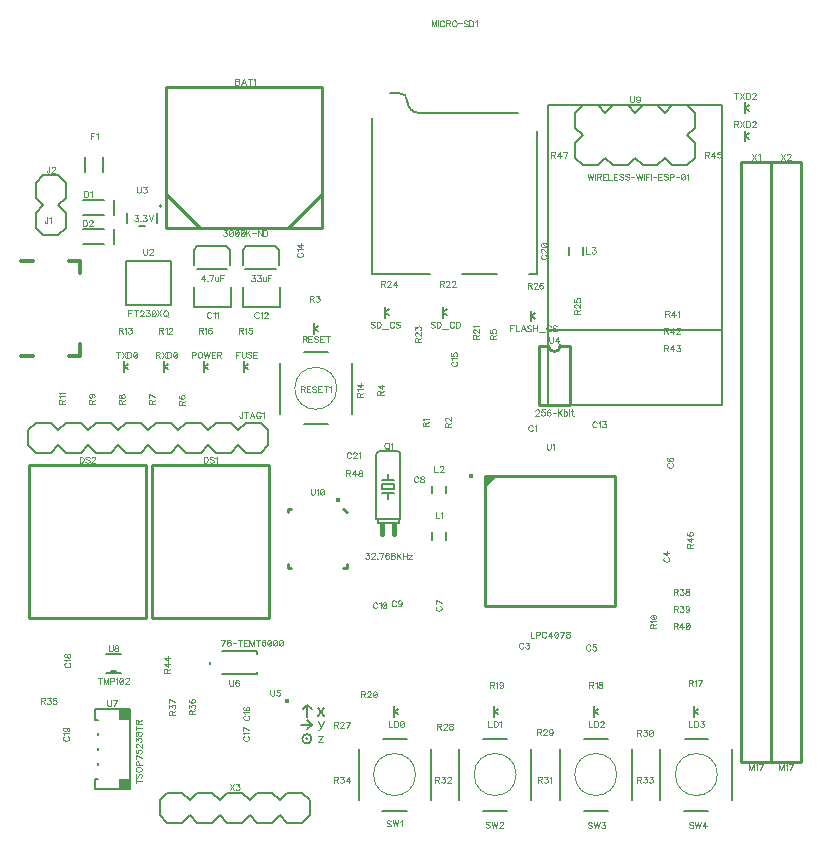
<source format=gbr>
%TF.GenerationSoftware,Novarm,DipTrace,3.2.0.1*%
%TF.CreationDate,2017-11-16T22:50:51-08:00*%
%FSLAX26Y26*%
%MOIN*%
%TF.FileFunction,Legend,Top*%
%TF.Part,Single*%
%ADD10C,0.009843*%
%ADD18C,0.006*%
%ADD19C,0.008*%
%ADD26C,0.005*%
%ADD28C,0.012*%
%ADD29C,0.000013*%
%ADD32C,0.016*%
%ADD34C,0.015768*%
%ADD38C,0.015697*%
%ADD43C,0.015733*%
%ADD97C,0.003088*%
%ADD98C,0.006176*%
%ADD99C,0.004632*%
G75*
G01*
%LPD*%
X1397760Y2419000D2*
D10*
X879020D1*
Y2887751D1*
X1397760D1*
Y2419000D1*
Y2531500D2*
X1285319Y2419000D1*
X879020Y2531500D2*
X991539Y2419000D1*
X1094462Y2221730D2*
D19*
Y2154806D1*
X970446D1*
Y2221730D1*
X1092490Y2296536D2*
Y2343787D1*
X1078712Y2359530D1*
X982252D1*
X970446Y2343787D1*
Y2296536D1*
Y2343787D2*
Y2296536D1*
X979859Y2281141D2*
X1082098D1*
X1256979Y2221730D2*
Y2154806D1*
X1132963D1*
Y2221730D1*
X1255007Y2296536D2*
Y2343787D1*
X1241229Y2359530D1*
X1144770D1*
X1132963Y2343787D1*
Y2296536D1*
Y2343787D2*
Y2296536D1*
X1142376Y2281141D2*
X1244615D1*
X705836Y2463144D2*
Y2512357D1*
X671588Y2463144D2*
X600724D1*
X671588Y2512357D2*
X600724D1*
X705836Y2366269D2*
Y2415482D1*
X671588Y2366269D2*
X600724D1*
X671588Y2415482D2*
X600724D1*
X1220251Y1117125D2*
D10*
X830251D1*
X1220251Y1627125D2*
Y1117125D1*
X830251D2*
Y1627125D1*
X1220251D1*
X810875Y1117125D2*
X420875D1*
X810875Y1627125D2*
Y1117125D1*
X420875D2*
Y1627125D1*
X810875D1*
X667751Y2655368D2*
D19*
Y2605370D1*
X607751D2*
Y2655368D1*
X591607Y2307469D2*
D28*
X552958D1*
Y2307745D1*
X592319D2*
Y2268364D1*
X552958Y1992792D2*
X592319D1*
Y2032127D1*
X434852Y2307745D2*
X395467D1*
X434852Y1992792D2*
X395467D1*
X444000Y2419000D2*
D19*
Y2469000D1*
X469000Y2494000D1*
X519000D2*
X544000Y2469000D1*
X469000Y2494000D2*
X444000Y2519000D1*
Y2569000D1*
X469000Y2594000D1*
X519000D2*
X544000Y2569000D1*
Y2519000D1*
X519000Y2494000D1*
X469000Y2394000D2*
X519000D1*
X444000Y2419000D2*
X469000Y2394000D1*
X519000D2*
X544000Y2419000D1*
Y2469000D2*
Y2419000D1*
X469000Y2594000D2*
X519000D1*
X1043960Y1770249D2*
X1094040D1*
X1119000Y1745249D1*
Y1695249D2*
X1094040Y1670249D1*
X919000Y1745249D2*
X944040Y1770249D1*
X994040D1*
X1019000Y1745249D1*
Y1695249D2*
X994040Y1670249D1*
X944040D1*
X919000Y1695249D1*
X1043960Y1770249D2*
X1019000Y1745249D1*
Y1695249D2*
X1043960Y1670249D1*
X1094040D2*
X1043960D1*
X743960Y1770249D2*
X794040D1*
X819000Y1745249D1*
Y1695249D2*
X794040Y1670249D1*
X819000Y1745249D2*
X844040Y1770249D1*
X894040D1*
X919000Y1745249D1*
Y1695249D2*
X894040Y1670249D1*
X844040D1*
X819000Y1695249D1*
X619000Y1745249D2*
X644040Y1770249D1*
X694040D1*
X719000Y1745249D1*
Y1695249D2*
X694040Y1670249D1*
X644040D1*
X619000Y1695249D1*
X743960Y1770249D2*
X719000Y1745249D1*
Y1695249D2*
X743960Y1670249D1*
X794040D2*
X743960D1*
X443960Y1770249D2*
X494040D1*
X519000Y1745249D1*
Y1695249D2*
X494040Y1670249D1*
X519000Y1745249D2*
X544040Y1770249D1*
X594040D1*
X619000Y1745249D1*
Y1695249D2*
X594040Y1670249D1*
X544040D1*
X519000Y1695249D1*
X419000Y1745249D2*
Y1695249D1*
X443960Y1770249D2*
X419000Y1745249D1*
Y1695249D2*
X443960Y1670249D1*
X494040D2*
X443960D1*
X1144040Y1770249D2*
X1194040D1*
X1219000Y1745249D1*
Y1695249D1*
X1194040Y1670249D1*
X1144040Y1770249D2*
X1119000Y1745249D1*
Y1695249D2*
X1144040Y1670249D1*
X1194040D2*
X1144040D1*
X1764274Y1380211D2*
D18*
Y1403836D1*
X1811518Y1380211D2*
Y1403836D1*
Y1557994D2*
Y1534369D1*
X1764274Y1557994D2*
Y1534369D1*
X2220572Y2330311D2*
Y2353936D1*
X2267816Y2330311D2*
Y2353936D1*
X1371031Y2101861D2*
D19*
Y2083751D1*
Y2065640D2*
Y2083751D1*
X1383238Y2092954D1*
X1371638Y2082751D2*
X1383238Y2075152D1*
X872363Y1974612D2*
Y1956501D1*
Y1938391D2*
Y1956501D1*
X884570Y1965705D1*
X872970Y1955502D2*
X884570Y1947903D1*
X739031Y1974612D2*
Y1956501D1*
Y1938391D2*
Y1956501D1*
X751238Y1965705D1*
X739638Y1955502D2*
X751238Y1947903D1*
X1139030Y1974612D2*
Y1956501D1*
Y1938391D2*
Y1956501D1*
X1151236Y1965705D1*
X1139637Y1955502D2*
X1151236Y1947903D1*
X1005697Y1974612D2*
Y1956501D1*
Y1938391D2*
Y1956501D1*
X1017903Y1965705D1*
X1006303Y1955502D2*
X1017903Y1947903D1*
X2639030Y824610D2*
Y806500D1*
Y788390D2*
Y806500D1*
X2651236Y815704D1*
X2639637Y805500D2*
X2651236Y797901D1*
X2305697Y824610D2*
Y806500D1*
Y788390D2*
Y806500D1*
X2317903Y815704D1*
X2306303Y805500D2*
X2317903Y797901D1*
X1972365Y824610D2*
Y806500D1*
Y788390D2*
Y806500D1*
X1984571Y815704D1*
X1972971Y805500D2*
X1984571Y797901D1*
X1639031Y824610D2*
Y806500D1*
Y788390D2*
Y806500D1*
X1651238Y815704D1*
X1639638Y805500D2*
X1651238Y797901D1*
X1801682Y2156033D2*
Y2137923D1*
Y2119812D2*
Y2137923D1*
X1813889Y2147126D1*
X1802289Y2136923D2*
X1813889Y2129324D1*
X1607912Y2156033D2*
Y2137923D1*
Y2119812D2*
Y2137923D1*
X1620118Y2147126D1*
X1608519Y2136923D2*
X1620118Y2129324D1*
X2095463Y2143531D2*
Y2125421D1*
Y2107311D2*
Y2125421D1*
X2107669Y2134625D1*
X2096070Y2124422D2*
X2107669Y2116823D1*
X2807781Y2743361D2*
Y2725251D1*
Y2707140D2*
Y2725251D1*
X2819987Y2734454D1*
X2808387Y2724251D2*
X2819987Y2716652D1*
X2807781Y2837110D2*
Y2819000D1*
Y2800890D2*
Y2819000D1*
X2819987Y2828204D1*
X2808387Y2818000D2*
X2819987Y2810401D1*
X1563526Y2266501D2*
Y2786210D1*
X2114708Y2742887D2*
Y2266501D1*
X1654091Y2868887D2*
X1622585D1*
X1720998Y2801919D2*
X2051753D1*
X1563526Y2266501D2*
X1756457D1*
X1980836D2*
X1862775D1*
X2114708D2*
X2087154D1*
X1654091Y2868887D2*
G02X1681645Y2841273I1919J-25639D01*
G01*
G03X1720998Y2801919I40403J1049D01*
G01*
G36*
X1646998Y1432006D2*
X1631023D1*
Y1409001D1*
X1646998D1*
Y1432006D1*
G37*
G36*
X1607007D2*
X1591017D1*
Y1409001D1*
X1607007D1*
Y1432006D1*
G37*
X1583994Y1433992D2*
D18*
X1654006D1*
X1649005Y1674000D2*
G02X1659006Y1664004I-35J-10037D01*
G01*
X1578994D2*
G02X1588995Y1674000I10006J-10D01*
G01*
X1649005D1*
X1654006Y1433992D2*
Y1448986D1*
X1659006D2*
Y1664004D1*
X1583994Y1433992D2*
Y1448986D1*
X1578994D2*
X1583994D1*
X1578994D2*
Y1664004D1*
X1639003Y1399005D2*
D32*
Y1413999D1*
X1598997Y1399005D2*
Y1418998D1*
Y1564009D2*
D18*
Y1549014D1*
X1639003D2*
X1598997D1*
X1639003D2*
Y1564009D1*
X1598997D2*
X1639003D1*
X1598997Y1579003D2*
X1619000D1*
X1598997Y1533987D2*
X1619000D1*
Y1513995D1*
Y1533987D2*
X1639003D1*
X1619000Y1579003D2*
Y1598995D1*
Y1579003D2*
X1639003D1*
X1659006Y1448986D2*
X1654006D1*
X1583994D1*
X1306744Y1884500D2*
D29*
G02X1306744Y1884500I70006J0D01*
G01*
X1256747Y1969508D2*
D19*
Y1799492D1*
X1496752D2*
Y1969508D1*
X1337463Y2004488D2*
X1416742D1*
X1336278Y1764512D2*
X1416742D1*
X1569244Y597000D2*
D29*
G02X1569244Y597000I70006J0D01*
G01*
X1519247Y682008D2*
D19*
Y511992D1*
X1759252D2*
Y682008D1*
X1599963Y716988D2*
X1679242D1*
X1598778Y477012D2*
X1679242D1*
X1904661Y597000D2*
D29*
G02X1904661Y597000I70006J0D01*
G01*
X1854664Y682008D2*
D19*
Y511992D1*
X2094669D2*
Y682008D1*
X1935380Y716988D2*
X2014659D1*
X1934195Y477012D2*
X2014659D1*
X2240077Y597000D2*
D29*
G02X2240077Y597000I70006J0D01*
G01*
X2190080Y682008D2*
D19*
Y511992D1*
X2430085D2*
Y682008D1*
X2270796Y716988D2*
X2350075D1*
X2269611Y477012D2*
X2350075D1*
X2575494Y597000D2*
D29*
G02X2575494Y597000I70006J0D01*
G01*
X2525498Y682008D2*
D19*
Y511992D1*
X2765502D2*
Y682008D1*
X2606213Y716988D2*
X2685492D1*
X2605029Y477012D2*
X2685492D1*
X1942209Y1592297D2*
D10*
X2375319D1*
Y1159186D1*
X1942209D1*
Y1592297D1*
G36*
D2*
Y1552907D1*
X1981598Y1592297D1*
X1942209D1*
G37*
D34*
X1894994D3*
X892914Y2310259D2*
D19*
X743311D1*
Y2160651D1*
X892914D1*
Y2310259D1*
X855226Y2492190D2*
D29*
G02X855226Y2492190I4999J0D01*
G01*
X747227Y2435284D2*
D19*
Y2469097D1*
X847223D2*
Y2435284D1*
X807788Y2424287D2*
X786661D1*
X2120986Y2026802D2*
D10*
Y1829948D1*
X2223363Y2026802D2*
Y1829948D1*
X2120986D2*
X2223363D1*
X2152480Y2026802D2*
X2120986D1*
X2191869D2*
X2223363D1*
X2152480D2*
G03X2191869Y2026802I19694J9D01*
G01*
D38*
X1281607Y842460D3*
X1180735Y999511D2*
D26*
Y1007779D1*
X1064206D1*
X1180735Y939670D2*
Y930617D1*
X1063027D1*
X1023646Y966837D2*
Y972741D1*
G36*
X754024Y779940D2*
X722500D1*
Y811424D1*
X754024D1*
Y779940D1*
G37*
G36*
Y551605D2*
X722500D1*
Y583088D1*
X754024D1*
Y551605D1*
G37*
X757957Y815386D2*
D26*
Y547669D1*
X639846D1*
Y815386D2*
X757957D1*
X639846D2*
Y779940D1*
Y547669D2*
Y583115D1*
Y779940D2*
X651657D1*
X639846Y583115D2*
X651657D1*
X651528Y734027D2*
Y729020D1*
Y684017D2*
Y679038D1*
Y634035D2*
Y629028D1*
X726015Y998307D2*
X678767D1*
X726015Y935315D2*
X678767D1*
X710266Y943189D2*
X694516D1*
X2730875Y2828375D2*
Y2078375D1*
Y1828375D1*
X2150875D1*
Y2078375D1*
Y2828375D1*
X2265889D1*
X2315885D1*
X2365881D1*
X2415877D1*
X2465873D1*
X2515869D1*
X2565865D1*
X2615861D1*
X2730875D1*
Y2078375D2*
X2150875D1*
X2615861Y2828375D2*
X2640859Y2803375D1*
Y2753375D1*
X2615861Y2728375D1*
X2640859Y2703375D1*
Y2653375D1*
X2615861Y2628375D1*
X2565865D1*
X2540867Y2653375D1*
X2515869Y2628375D1*
X2465873D1*
X2440875Y2653375D1*
X2415877Y2628375D1*
X2365881D1*
X2340883Y2653375D1*
X2315885Y2628375D1*
X2265889D1*
X2240891Y2653375D1*
Y2703375D1*
X2265889Y2728375D1*
X2240891Y2753375D1*
Y2803375D1*
X2265889Y2828375D1*
X2315885D2*
X2340883Y2803375D1*
X2365881Y2828375D1*
X2415877D2*
X2440875Y2803375D1*
X2465873Y2828375D1*
X2515869D2*
X2540867Y2803375D1*
X2565865Y2828375D1*
D43*
X1450817Y1512662D3*
X1480348Y1298144D2*
D10*
Y1286345D1*
X1468531D1*
X1283490Y1298144D2*
Y1286345D1*
X1295306D2*
X1283490D1*
Y1483115D2*
Y1471341D1*
X1295306Y1483115D2*
X1283490D1*
X1480348Y1471341D2*
X1468531Y1483115D1*
X2794000Y713749D2*
Y2637749D1*
Y637749D2*
Y713749D1*
X2894000Y637749D2*
X2794000D1*
X2894000D2*
Y2637749D1*
X2794000D1*
X2894000Y713749D2*
Y2637749D1*
Y637749D2*
Y713749D1*
X2994000Y637749D2*
X2894000D1*
X2994000D2*
Y2637749D1*
X2894000D1*
X1031596Y436247D2*
D19*
X981596D1*
X956596Y461247D1*
Y511247D2*
X981596Y536247D1*
X956596Y461247D2*
X931596Y436247D1*
X881596D1*
X856596Y461247D1*
Y511247D2*
X881596Y536247D1*
X931596D1*
X956596Y511247D1*
X1156596Y461247D2*
X1131596Y436247D1*
X1081596D1*
X1056596Y461247D1*
Y511247D2*
X1081596Y536247D1*
X1131596D1*
X1156596Y511247D1*
X1031596Y436247D2*
X1056596Y461247D1*
Y511247D2*
X1031596Y536247D1*
X981596D2*
X1031596D1*
X1331596Y436247D2*
X1281596D1*
X1256596Y461247D1*
Y511247D2*
X1281596Y536247D1*
X1256596Y461247D2*
X1231596Y436247D1*
X1181596D1*
X1156596Y461247D1*
Y511247D2*
X1181596Y536247D1*
X1231596D1*
X1256596Y511247D1*
X1356596Y461247D2*
Y511247D1*
X1331596Y436247D2*
X1356596Y461247D1*
Y511247D2*
X1331596Y536247D1*
X1281596D2*
X1331596D1*
X856596Y461247D2*
Y511247D1*
X1327777Y762790D2*
X1362778D1*
X1347777Y777790D1*
X1362778Y762790D2*
X1347777Y747790D1*
Y790289D2*
Y830289D1*
X1332777Y815289D1*
X1347777Y830289D2*
X1362778Y815289D1*
X1331598Y715898D2*
G02X1331598Y715898I15627J0D01*
G01*
X1344100D2*
G02X1344100Y715898I3125J0D01*
G01*
X1108819Y2917040D2*
D97*
Y2896944D1*
X1117441D1*
X1120315Y2897917D1*
X1121266Y2898867D1*
X1122217Y2900769D1*
Y2903643D1*
X1121266Y2905566D1*
X1120315Y2906517D1*
X1117441Y2907467D1*
X1120315Y2908440D1*
X1121266Y2909391D1*
X1122217Y2911292D1*
Y2913215D1*
X1121266Y2915117D1*
X1120315Y2916089D1*
X1117441Y2917040D1*
X1108819D1*
Y2907467D2*
X1117441D1*
X1143713Y2896944D2*
X1136042Y2917040D1*
X1128392Y2896944D1*
X1131266Y2903643D2*
X1140839D1*
X1156588Y2917040D2*
Y2896944D1*
X1149889Y2917040D2*
X1163286D1*
X1169462Y2913193D2*
X1171385Y2914166D1*
X1174259Y2917018D1*
Y2896944D1*
X1069430Y2412194D2*
X1079931D1*
X1074205Y2404545D1*
X1077079D1*
X1078981Y2403594D1*
X1079931Y2402644D1*
X1080904Y2399770D1*
Y2397869D1*
X1079931Y2394995D1*
X1078030Y2393071D1*
X1075156Y2392121D1*
X1072282D1*
X1069430Y2393071D1*
X1068480Y2394044D1*
X1067507Y2395945D1*
X1092828Y2412194D2*
X1089954Y2411244D1*
X1088030Y2408370D1*
X1087080Y2403594D1*
Y2400720D1*
X1088030Y2395945D1*
X1089954Y2393071D1*
X1092828Y2392121D1*
X1094729D1*
X1097603Y2393071D1*
X1099504Y2395945D1*
X1100477Y2400720D1*
Y2403594D1*
X1099504Y2408370D1*
X1097603Y2411244D1*
X1094729Y2412194D1*
X1092828D1*
X1099504Y2408370D2*
X1088030Y2395945D1*
X1112401Y2412194D2*
X1109527Y2411244D1*
X1107604Y2408370D1*
X1106653Y2403594D1*
Y2400720D1*
X1107604Y2395945D1*
X1109527Y2393071D1*
X1112401Y2392121D1*
X1114302D1*
X1117176Y2393071D1*
X1119077Y2395945D1*
X1120050Y2400720D1*
Y2403594D1*
X1119077Y2408370D1*
X1117176Y2411244D1*
X1114302Y2412194D1*
X1112401D1*
X1119077Y2408370D2*
X1107604Y2395945D1*
X1131974Y2412194D2*
X1129100Y2411244D1*
X1127177Y2408370D1*
X1126226Y2403594D1*
Y2400720D1*
X1127177Y2395945D1*
X1129100Y2393071D1*
X1131974Y2392121D1*
X1133875D1*
X1136749Y2393071D1*
X1138650Y2395945D1*
X1139623Y2400720D1*
Y2403594D1*
X1138650Y2408370D1*
X1136749Y2411244D1*
X1133875Y2412194D1*
X1131974D1*
X1138650Y2408370D2*
X1127177Y2395945D1*
X1145799Y2412217D2*
Y2392121D1*
X1159196Y2412217D2*
X1145799Y2398819D1*
X1150574Y2403617D2*
X1159196Y2392121D1*
X1165372Y2402157D2*
X1176426D1*
X1195999Y2412217D2*
Y2392121D1*
X1182602Y2412217D1*
Y2392121D1*
X1202175Y2412217D2*
Y2392121D1*
X1208873D1*
X1211747Y2393093D1*
X1213671Y2394995D1*
X1214621Y2396918D1*
X1215572Y2399770D1*
Y2404567D1*
X1214621Y2407441D1*
X1213671Y2409343D1*
X1211747Y2411266D1*
X1208873Y2412217D1*
X1202175D1*
X2099905Y1757077D2*
X2098955Y1758978D1*
X2097031Y1760902D1*
X2095130Y1761852D1*
X2091305D1*
X2089382Y1760902D1*
X2087481Y1758978D1*
X2086508Y1757077D1*
X2085557Y1754203D1*
Y1749406D1*
X2086508Y1746554D1*
X2087481Y1744630D1*
X2089382Y1742729D1*
X2091305Y1741756D1*
X2095130D1*
X2097031Y1742729D1*
X2098955Y1744630D1*
X2099905Y1746554D1*
X2106081Y1758005D2*
X2108004Y1758978D1*
X2110878Y1761830D1*
Y1741756D1*
X2068775Y1032001D2*
X2067824Y1033902D1*
X2065901Y1035825D1*
X2063999Y1036776D1*
X2060175D1*
X2058251Y1035825D1*
X2056350Y1033902D1*
X2055377Y1032001D1*
X2054427Y1029127D1*
Y1024329D1*
X2055377Y1021478D1*
X2056350Y1019554D1*
X2058251Y1017653D1*
X2060175Y1016680D1*
X2063999D1*
X2065901Y1017653D1*
X2067824Y1019554D1*
X2068775Y1021478D1*
X2076874Y1036754D2*
X2087375D1*
X2081649Y1029105D1*
X2084523D1*
X2086424Y1028154D1*
X2087375Y1027203D1*
X2088348Y1024329D1*
Y1022428D1*
X2087375Y1019554D1*
X2085474Y1017631D1*
X2082600Y1016680D1*
X2079726D1*
X2076874Y1017631D1*
X2075923Y1018603D1*
X2074950Y1020505D1*
X2540430Y1321260D2*
X2538528Y1320309D1*
X2536605Y1318386D1*
X2535654Y1316485D1*
Y1312660D1*
X2536605Y1310737D1*
X2538528Y1308835D1*
X2540430Y1307863D1*
X2543304Y1306912D1*
X2548101D1*
X2550953Y1307863D1*
X2552876Y1308835D1*
X2554778Y1310737D1*
X2555750Y1312660D1*
Y1316485D1*
X2554778Y1318386D1*
X2552876Y1320309D1*
X2550953Y1321260D1*
X2555750Y1337008D2*
X2535677D1*
X2549052Y1327436D1*
Y1341784D1*
X2292306Y1025695D2*
X2291355Y1027596D1*
X2289432Y1029520D1*
X2287531Y1030470D1*
X2283706D1*
X2281783Y1029520D1*
X2279882Y1027596D1*
X2278909Y1025695D1*
X2277958Y1022821D1*
Y1018024D1*
X2278909Y1015172D1*
X2279882Y1013248D1*
X2281783Y1011347D1*
X2283706Y1010374D1*
X2287531D1*
X2289432Y1011347D1*
X2291355Y1013248D1*
X2292306Y1015172D1*
X2309956Y1030448D2*
X2300405D1*
X2299455Y1021848D1*
X2300405Y1022799D1*
X2303279Y1023772D1*
X2306131D1*
X2309005Y1022799D1*
X2310929Y1020898D1*
X2311879Y1018024D1*
Y1016122D1*
X2310929Y1013248D1*
X2309005Y1011325D1*
X2306131Y1010374D1*
X2303279D1*
X2300405Y1011325D1*
X2299455Y1012298D1*
X2298482Y1014199D1*
X2552930Y1634723D2*
X2551028Y1633772D1*
X2549105Y1631849D1*
X2548154Y1629948D1*
Y1626123D1*
X2549105Y1624200D1*
X2551028Y1622298D1*
X2552930Y1621326D1*
X2555804Y1620375D1*
X2560601D1*
X2563453Y1621326D1*
X2565376Y1622298D1*
X2567278Y1624200D1*
X2568250Y1626123D1*
Y1629948D1*
X2567278Y1631849D1*
X2565376Y1633772D1*
X2563453Y1634723D1*
X2551028Y1652373D2*
X2549127Y1651422D1*
X2548177Y1648548D1*
Y1646647D1*
X2549127Y1643773D1*
X2552001Y1641849D1*
X2556776Y1640899D1*
X2561552D1*
X2565376Y1641849D1*
X2567300Y1643773D1*
X2568250Y1646647D1*
Y1647597D1*
X2567300Y1650449D1*
X2565376Y1652373D1*
X2562502Y1653323D1*
X2561552D1*
X2558678Y1652373D1*
X2556776Y1650449D1*
X2555826Y1647597D1*
Y1646647D1*
X2556776Y1643773D1*
X2558678Y1641849D1*
X2561552Y1640899D1*
X1781054Y1157914D2*
X1779153Y1156963D1*
X1777230Y1155040D1*
X1776279Y1153139D1*
Y1149314D1*
X1777230Y1147391D1*
X1779153Y1145489D1*
X1781054Y1144517D1*
X1783928Y1143566D1*
X1788726D1*
X1791578Y1144517D1*
X1793501Y1145489D1*
X1795402Y1147391D1*
X1796375Y1149314D1*
Y1153138D1*
X1795402Y1155040D1*
X1793501Y1156963D1*
X1791578Y1157914D1*
X1796375Y1167914D2*
X1776301Y1177487D1*
Y1164089D1*
X1718589Y1586350D2*
X1717638Y1588251D1*
X1715715Y1590175D1*
X1713814Y1591125D1*
X1709989D1*
X1708065Y1590175D1*
X1706164Y1588251D1*
X1705191Y1586350D1*
X1704241Y1583476D1*
Y1578678D1*
X1705191Y1575827D1*
X1706164Y1573903D1*
X1708065Y1572002D1*
X1709989Y1571029D1*
X1713814D1*
X1715715Y1572002D1*
X1717638Y1573903D1*
X1718589Y1575827D1*
X1729540Y1591103D2*
X1726688Y1590152D1*
X1725715Y1588251D1*
Y1586328D1*
X1726688Y1584427D1*
X1728589Y1583454D1*
X1732414Y1582503D1*
X1735288Y1581553D1*
X1737189Y1579629D1*
X1738140Y1577728D1*
Y1574854D1*
X1737189Y1572953D1*
X1736238Y1571980D1*
X1733364Y1571029D1*
X1729540D1*
X1726688Y1571980D1*
X1725715Y1572953D1*
X1724765Y1574854D1*
Y1577728D1*
X1725715Y1579629D1*
X1727639Y1581553D1*
X1730490Y1582503D1*
X1734315Y1583454D1*
X1736238Y1584427D1*
X1737189Y1586328D1*
Y1588251D1*
X1736238Y1590152D1*
X1733364Y1591103D1*
X1729540D1*
X1643931Y1172456D2*
X1642980Y1174357D1*
X1641057Y1176281D1*
X1639156Y1177231D1*
X1635331D1*
X1633408Y1176281D1*
X1631506Y1174357D1*
X1630534Y1172456D1*
X1629583Y1169582D1*
Y1164785D1*
X1630534Y1161933D1*
X1631506Y1160010D1*
X1633408Y1158108D1*
X1635331Y1157135D1*
X1639156D1*
X1641057Y1158108D1*
X1642980Y1160010D1*
X1643931Y1161933D1*
X1662553Y1170533D2*
X1661581Y1167659D1*
X1659679Y1165735D1*
X1656805Y1164785D1*
X1655855D1*
X1652981Y1165735D1*
X1651079Y1167659D1*
X1650107Y1170533D1*
Y1171483D1*
X1651079Y1174357D1*
X1652981Y1176259D1*
X1655855Y1177209D1*
X1656805D1*
X1659679Y1176259D1*
X1661581Y1174357D1*
X1662553Y1170533D1*
Y1165735D1*
X1661581Y1160960D1*
X1659679Y1158086D1*
X1656805Y1157135D1*
X1654904D1*
X1652030Y1158086D1*
X1651079Y1160010D1*
X1581719Y1166206D2*
X1580768Y1168107D1*
X1578844Y1170030D1*
X1576943Y1170981D1*
X1573119D1*
X1571195Y1170030D1*
X1569294Y1168107D1*
X1568321Y1166206D1*
X1567371Y1163332D1*
Y1158534D1*
X1568321Y1155682D1*
X1569294Y1153759D1*
X1571195Y1151858D1*
X1573119Y1150885D1*
X1576943D1*
X1578844Y1151858D1*
X1580768Y1153759D1*
X1581719Y1155682D1*
X1587894Y1167134D2*
X1589818Y1168107D1*
X1592692Y1170959D1*
Y1150885D1*
X1604615Y1170959D2*
X1601741Y1170008D1*
X1599818Y1167134D1*
X1598867Y1162359D1*
Y1159485D1*
X1599818Y1154709D1*
X1601741Y1151835D1*
X1604615Y1150885D1*
X1606517D1*
X1609391Y1151835D1*
X1611292Y1154709D1*
X1612265Y1159485D1*
Y1162359D1*
X1611292Y1167134D1*
X1609391Y1170008D1*
X1606517Y1170959D1*
X1604615D1*
X1611292Y1167134D2*
X1599818Y1154709D1*
X1028639Y2134024D2*
X1027689Y2135926D1*
X1025765Y2137849D1*
X1023864Y2138800D1*
X1020039D1*
X1018116Y2137849D1*
X1016215Y2135926D1*
X1015242Y2134024D1*
X1014291Y2131150D1*
Y2126353D1*
X1015242Y2123501D1*
X1016215Y2121578D1*
X1018116Y2119676D1*
X1020039Y2118704D1*
X1023864D1*
X1025765Y2119676D1*
X1027689Y2121578D1*
X1028639Y2123501D1*
X1034815Y2134953D2*
X1036738Y2135926D1*
X1039612Y2138778D1*
Y2118704D1*
X1045788Y2134953D2*
X1047711Y2135926D1*
X1050585Y2138778D1*
Y2118704D1*
X1003339Y2240432D2*
Y2260505D1*
X993766Y2247130D1*
X1008114D1*
X1015241Y2242355D2*
X1014290Y2241382D1*
X1015241Y2240432D1*
X1016213Y2241382D1*
X1015241Y2242355D1*
X1026214Y2240432D2*
X1035786Y2260505D1*
X1022389D1*
X1041962Y2253829D2*
Y2244256D1*
X1042913Y2241404D1*
X1044836Y2240432D1*
X1047710D1*
X1049611Y2241404D1*
X1052485Y2244256D1*
Y2253829D2*
Y2240432D1*
X1071108Y2260528D2*
X1058661D1*
Y2240432D1*
Y2250955D2*
X1066310D1*
X1186856Y2134024D2*
X1185906Y2135926D1*
X1183982Y2137849D1*
X1182081Y2138800D1*
X1178256D1*
X1176333Y2137849D1*
X1174432Y2135926D1*
X1173459Y2134024D1*
X1172508Y2131150D1*
Y2126353D1*
X1173459Y2123501D1*
X1174432Y2121578D1*
X1176333Y2119676D1*
X1178256Y2118704D1*
X1182081D1*
X1183982Y2119676D1*
X1185906Y2121578D1*
X1186856Y2123501D1*
X1193032Y2134953D2*
X1194955Y2135926D1*
X1197829Y2138778D1*
Y2118704D1*
X1204978Y2134002D2*
Y2134953D1*
X1205928Y2136876D1*
X1206879Y2137827D1*
X1208802Y2138778D1*
X1212627D1*
X1214528Y2137827D1*
X1215479Y2136876D1*
X1216452Y2134953D1*
Y2133052D1*
X1215479Y2131128D1*
X1213578Y2128276D1*
X1204005Y2118704D1*
X1217402D1*
X1162733Y2260505D2*
X1173234D1*
X1167508Y2252856D1*
X1170382D1*
X1172283Y2251905D1*
X1173234Y2250955D1*
X1174207Y2248081D1*
Y2246180D1*
X1173234Y2243306D1*
X1171333Y2241382D1*
X1168459Y2240432D1*
X1165585D1*
X1162733Y2241382D1*
X1161782Y2242355D1*
X1160809Y2244256D1*
X1182306Y2260505D2*
X1192807D1*
X1187081Y2252856D1*
X1189955D1*
X1191856Y2251905D1*
X1192807Y2250955D1*
X1193780Y2248081D1*
Y2246180D1*
X1192807Y2243306D1*
X1190906Y2241382D1*
X1188032Y2240432D1*
X1185158D1*
X1182306Y2241382D1*
X1181355Y2242355D1*
X1180383Y2244256D1*
X1199956Y2253829D2*
Y2244256D1*
X1200906Y2241404D1*
X1202830Y2240432D1*
X1205704D1*
X1207605Y2241404D1*
X1210479Y2244256D1*
Y2253829D2*
Y2240432D1*
X1229101Y2260528D2*
X1216655D1*
Y2240432D1*
Y2250955D2*
X1224304D1*
X2313124Y1769446D2*
X2312173Y1771347D1*
X2310250Y1773270D1*
X2308349Y1774221D1*
X2304524D1*
X2302601Y1773270D1*
X2300699Y1771347D1*
X2299727Y1769446D1*
X2298776Y1766572D1*
Y1761774D1*
X2299727Y1758922D1*
X2300699Y1756999D1*
X2302601Y1755098D1*
X2304524Y1754125D1*
X2308349D1*
X2310250Y1755098D1*
X2312173Y1756999D1*
X2313124Y1758922D1*
X2319300Y1770374D2*
X2321223Y1771347D1*
X2324097Y1774199D1*
Y1754125D1*
X2332196Y1774199D2*
X2342697D1*
X2336971Y1766550D1*
X2339845D1*
X2341747Y1765599D1*
X2342697Y1764648D1*
X2343670Y1761774D1*
Y1759873D1*
X2342697Y1756999D1*
X2340796Y1755076D1*
X2337922Y1754125D1*
X2335048D1*
X2332196Y1755076D1*
X2331246Y1756048D1*
X2330273Y1757950D1*
X1318556Y2336346D2*
X1316654Y2335395D1*
X1314731Y2333472D1*
X1313780Y2331570D1*
Y2327746D1*
X1314731Y2325822D1*
X1316654Y2323921D1*
X1318556Y2322948D1*
X1321430Y2321998D1*
X1326227D1*
X1329079Y2322948D1*
X1331002Y2323921D1*
X1332904Y2325822D1*
X1333876Y2327746D1*
Y2331570D1*
X1332904Y2333472D1*
X1331002Y2335395D1*
X1329079Y2336346D1*
X1317627Y2342521D2*
X1316654Y2344445D1*
X1313802Y2347319D1*
X1333876D1*
Y2363067D2*
X1313802D1*
X1327178Y2353494D1*
Y2367842D1*
X1833266Y1973401D2*
X1831364Y1972450D1*
X1829441Y1970527D1*
X1828490Y1968626D1*
Y1964801D1*
X1829441Y1962878D1*
X1831364Y1960976D1*
X1833266Y1960004D1*
X1836140Y1959053D1*
X1840937D1*
X1843789Y1960004D1*
X1845712Y1960976D1*
X1847614Y1962878D1*
X1848586Y1964801D1*
Y1968626D1*
X1847614Y1970527D1*
X1845712Y1972450D1*
X1843789Y1973401D1*
X1832337Y1979577D2*
X1831364Y1981500D1*
X1828512Y1984374D1*
X1848586D1*
X1828512Y2002024D2*
Y1992473D1*
X1837112Y1991522D1*
X1836162Y1992473D1*
X1835189Y1995347D1*
Y1998199D1*
X1836162Y2001073D1*
X1838063Y2002996D1*
X1840937Y2003947D1*
X1842838D1*
X1845712Y2002996D1*
X1847636Y2001073D1*
X1848586Y1998199D1*
Y1995347D1*
X1847636Y1992473D1*
X1846663Y1991522D1*
X1844762Y1990550D1*
X1140472Y793574D2*
X1138570Y792623D1*
X1136647Y790700D1*
X1135696Y788798D1*
Y784974D1*
X1136647Y783050D1*
X1138570Y781149D1*
X1140472Y780176D1*
X1143346Y779226D1*
X1148143D1*
X1150995Y780176D1*
X1152918Y781149D1*
X1154820Y783050D1*
X1155792Y784974D1*
Y788798D1*
X1154820Y790700D1*
X1152918Y792623D1*
X1150995Y793574D1*
X1139543Y799749D2*
X1138570Y801673D1*
X1135719Y804547D1*
X1155792D1*
X1138570Y822196D2*
X1136669Y821246D1*
X1135719Y818372D1*
Y816471D1*
X1136669Y813597D1*
X1139543Y811673D1*
X1144318Y810722D1*
X1149094D1*
X1152918Y811673D1*
X1154842Y813596D1*
X1155792Y816470D1*
Y817421D1*
X1154842Y820273D1*
X1152918Y822196D1*
X1150044Y823147D1*
X1149094D1*
X1146220Y822196D1*
X1144318Y820273D1*
X1143368Y817421D1*
Y816470D1*
X1144318Y813596D1*
X1146220Y811673D1*
X1149094Y810722D1*
X1139169Y724337D2*
X1137267Y723386D1*
X1135344Y721463D1*
X1134393Y719561D1*
Y715737D1*
X1135344Y713813D1*
X1137267Y711912D1*
X1139168Y710939D1*
X1142042Y709989D1*
X1146840D1*
X1149692Y710939D1*
X1151615Y711912D1*
X1153516Y713813D1*
X1154489Y715737D1*
Y719561D1*
X1153517Y721463D1*
X1151615Y723386D1*
X1149692Y724337D1*
X1138240Y730512D2*
X1137267Y732436D1*
X1134415Y735310D1*
X1154489D1*
Y745310D2*
X1134415Y754883D1*
Y741485D1*
X543550Y969377D2*
X541649Y968426D1*
X539726Y966503D1*
X538775Y964601D1*
Y960777D1*
X539726Y958853D1*
X541649Y956952D1*
X543550Y955979D1*
X546424Y955029D1*
X551222D1*
X554074Y955979D1*
X555997Y956952D1*
X557898Y958853D1*
X558871Y960777D1*
Y964601D1*
X557898Y966503D1*
X555997Y968426D1*
X554074Y969377D1*
X542622Y975552D2*
X541649Y977476D1*
X538797Y980350D1*
X558871D1*
X538797Y991301D2*
X539748Y988449D1*
X541649Y987476D1*
X543573D1*
X545474Y988449D1*
X546447Y990350D1*
X547397Y994175D1*
X548348Y997049D1*
X550271Y998950D1*
X552172Y999901D1*
X555046D1*
X556948Y998950D1*
X557920Y997999D1*
X558871Y995125D1*
Y991301D1*
X557920Y988449D1*
X556948Y987476D1*
X555046Y986525D1*
X552172D1*
X550271Y987476D1*
X548348Y989399D1*
X547397Y992251D1*
X546447Y996076D1*
X545474Y997999D1*
X543573Y998950D1*
X541649D1*
X539748Y997999D1*
X538797Y995125D1*
Y991301D1*
X539532Y723901D2*
X537631Y722951D1*
X535707Y721027D1*
X534757Y719126D1*
Y715301D1*
X535707Y713378D1*
X537631Y711477D1*
X539532Y710504D1*
X542406Y709553D1*
X547203D1*
X550055Y710504D1*
X551979Y711477D1*
X553880Y713378D1*
X554853Y715301D1*
Y719126D1*
X553880Y721027D1*
X551979Y722951D1*
X550055Y723901D1*
X538604Y730077D2*
X537631Y732000D1*
X534779Y734874D1*
X554853D1*
X541455Y753497D2*
X544329Y752524D1*
X546253Y750623D1*
X547203Y747749D1*
Y746798D1*
X546253Y743924D1*
X544329Y742023D1*
X541455Y741050D1*
X540505D1*
X537631Y742023D1*
X535730Y743924D1*
X534779Y746798D1*
Y747749D1*
X535730Y750623D1*
X537631Y752524D1*
X541455Y753497D1*
X546253D1*
X551028Y752524D1*
X553902Y750623D1*
X554853Y747749D1*
Y745847D1*
X553902Y742973D1*
X551979Y742023D1*
X2131238Y2329584D2*
X2129337Y2328633D1*
X2127413Y2326710D1*
X2126463Y2324809D1*
Y2320984D1*
X2127413Y2319061D1*
X2129337Y2317159D1*
X2131238Y2316187D1*
X2134112Y2315236D1*
X2138909D1*
X2141761Y2316187D1*
X2143685Y2317159D1*
X2145586Y2319061D1*
X2146559Y2320984D1*
Y2324809D1*
X2145586Y2326710D1*
X2143685Y2328633D1*
X2141761Y2329584D1*
X2131260Y2336732D2*
X2130310D1*
X2128386Y2337683D1*
X2127436Y2338634D1*
X2126485Y2340557D1*
Y2344382D1*
X2127436Y2346283D1*
X2128386Y2347234D1*
X2130310Y2348206D1*
X2132211D1*
X2134134Y2347234D1*
X2136986Y2345332D1*
X2146559Y2335760D1*
Y2349157D1*
X2126485Y2361081D2*
X2127436Y2358207D1*
X2130310Y2356283D1*
X2135085Y2355333D1*
X2137959D1*
X2142734Y2356283D1*
X2145608Y2358207D1*
X2146559Y2361081D1*
Y2362982D1*
X2145608Y2365856D1*
X2142734Y2367757D1*
X2137959Y2368730D1*
X2135085D1*
X2130310Y2367757D1*
X2127436Y2365856D1*
X2126485Y2362982D1*
Y2361081D1*
X2130310Y2367757D2*
X2142734Y2356283D1*
X1494365Y1666325D2*
X1493415Y1668226D1*
X1491491Y1670150D1*
X1489590Y1671100D1*
X1485766D1*
X1483842Y1670150D1*
X1481941Y1668226D1*
X1480968Y1666325D1*
X1480018Y1663451D1*
Y1658654D1*
X1480968Y1655802D1*
X1481941Y1653878D1*
X1483842Y1651977D1*
X1485766Y1651004D1*
X1489590D1*
X1491491Y1651977D1*
X1493415Y1653878D1*
X1494365Y1655802D1*
X1501514Y1666303D2*
Y1667253D1*
X1502465Y1669177D1*
X1503415Y1670128D1*
X1505339Y1671078D1*
X1509163D1*
X1511065Y1670128D1*
X1512015Y1669177D1*
X1512988Y1667253D1*
Y1665352D1*
X1512015Y1663429D1*
X1510114Y1660577D1*
X1500541Y1651004D1*
X1513939D1*
X1520114Y1667253D2*
X1522038Y1668226D1*
X1524912Y1671078D1*
Y1651004D1*
X604970Y2541646D2*
Y2521550D1*
X611668D1*
X614542Y2522523D1*
X616466Y2524424D1*
X617416Y2526348D1*
X618367Y2529199D1*
Y2533997D1*
X617416Y2536871D1*
X616466Y2538772D1*
X614542Y2540696D1*
X611668Y2541646D1*
X604970D1*
X624543Y2537799D2*
X626466Y2538772D1*
X629340Y2541624D1*
Y2521550D1*
X600670Y2444771D2*
Y2424675D1*
X607368D1*
X610242Y2425648D1*
X612166Y2427549D1*
X613116Y2429472D1*
X614067Y2432324D1*
Y2437122D1*
X613116Y2439996D1*
X612166Y2441897D1*
X610242Y2443820D1*
X607368Y2444771D1*
X600670D1*
X621215Y2439973D2*
Y2440924D1*
X622166Y2442847D1*
X623117Y2443798D1*
X625040Y2444749D1*
X628865D1*
X630766Y2443798D1*
X631717Y2442847D1*
X632689Y2440924D1*
Y2439023D1*
X631717Y2437099D1*
X629815Y2434248D1*
X620243Y2424675D1*
X633640D1*
X1003279Y1656414D2*
Y1636318D1*
X1009978D1*
X1012852Y1637291D1*
X1014775Y1639192D1*
X1015726Y1641115D1*
X1016676Y1643967D1*
Y1648765D1*
X1015726Y1651639D1*
X1014775Y1653540D1*
X1012852Y1655463D1*
X1009978Y1656414D1*
X1003279D1*
X1036249Y1653540D2*
X1034348Y1655463D1*
X1031474Y1656414D1*
X1027649D1*
X1024775Y1655463D1*
X1022852Y1653540D1*
Y1651639D1*
X1023825Y1649715D1*
X1024775Y1648765D1*
X1026677Y1647814D1*
X1032425Y1645891D1*
X1034348Y1644940D1*
X1035299Y1643967D1*
X1036249Y1642066D1*
Y1639192D1*
X1034348Y1637291D1*
X1031474Y1636318D1*
X1027649D1*
X1024775Y1637291D1*
X1022852Y1639192D1*
X1042425Y1652567D2*
X1044348Y1653540D1*
X1047222Y1656392D1*
Y1636318D1*
X589604Y1656414D2*
Y1636318D1*
X596302D1*
X599176Y1637291D1*
X601100Y1639192D1*
X602050Y1641115D1*
X603001Y1643967D1*
Y1648765D1*
X602050Y1651639D1*
X601100Y1653540D1*
X599176Y1655463D1*
X596302Y1656414D1*
X589604D1*
X622574Y1653540D2*
X620673Y1655463D1*
X617799Y1656414D1*
X613974D1*
X611100Y1655463D1*
X609177Y1653540D1*
Y1651639D1*
X610149Y1649715D1*
X611100Y1648765D1*
X613001Y1647814D1*
X618749Y1645891D1*
X620673Y1644940D1*
X621623Y1643967D1*
X622574Y1642066D1*
Y1639192D1*
X620673Y1637291D1*
X617799Y1636318D1*
X613974D1*
X611100Y1637291D1*
X609177Y1639192D1*
X629722Y1651617D2*
Y1652567D1*
X630673Y1654491D1*
X631624Y1655441D1*
X633547Y1656392D1*
X637372D1*
X639273Y1655441D1*
X640224Y1654491D1*
X641196Y1652567D1*
Y1650666D1*
X640224Y1648742D1*
X638322Y1645891D1*
X628750Y1636318D1*
X642147D1*
X638487Y2734461D2*
X626041D1*
Y2714365D1*
Y2724888D2*
X633690D1*
X644663Y2730614D2*
X646587Y2731587D1*
X649461Y2734439D1*
Y2714365D1*
X482375Y2455130D2*
Y2439831D1*
X481424Y2436957D1*
X480451Y2436007D1*
X478550Y2435034D1*
X476627D1*
X474725Y2436007D1*
X473775Y2436957D1*
X472802Y2439831D1*
Y2441732D1*
X488550Y2451283D2*
X490474Y2452256D1*
X493348Y2455108D1*
Y2435034D1*
X489000Y2623289D2*
Y2607991D1*
X488049Y2605117D1*
X487076Y2604166D1*
X485175Y2603193D1*
X483252D1*
X481351Y2604166D1*
X480400Y2605117D1*
X479427Y2607991D1*
Y2609892D1*
X496148Y2618492D2*
Y2619442D1*
X497099Y2621366D1*
X498050Y2622316D1*
X499973Y2623267D1*
X503798D1*
X505699Y2622316D1*
X506649Y2621366D1*
X507622Y2619442D1*
Y2617541D1*
X506649Y2615618D1*
X504748Y2612766D1*
X495176Y2603193D1*
X508573D1*
X1131254Y1805789D2*
Y1790491D1*
X1130303Y1787617D1*
X1129331Y1786666D1*
X1127429Y1785693D1*
X1125506D1*
X1123605Y1786666D1*
X1122654Y1787617D1*
X1121681Y1790491D1*
Y1792392D1*
X1144128Y1805789D2*
Y1785693D1*
X1137430Y1805789D2*
X1150827D1*
X1172323Y1785693D2*
X1164652Y1805789D1*
X1157003Y1785693D1*
X1159877Y1792392D2*
X1169449D1*
X1192847Y1801014D2*
X1191896Y1802915D1*
X1189973Y1804839D1*
X1188072Y1805789D1*
X1184247D1*
X1182324Y1804839D1*
X1180422Y1802915D1*
X1179450Y1801014D1*
X1178499Y1798140D1*
Y1793343D1*
X1179450Y1790491D1*
X1180422Y1788567D1*
X1182324Y1786666D1*
X1184247Y1785693D1*
X1188072D1*
X1189973Y1786666D1*
X1191896Y1788567D1*
X1192847Y1790491D1*
Y1793343D1*
X1188072D1*
X1199023Y1801942D2*
X1200946Y1802915D1*
X1203820Y1805767D1*
Y1785693D1*
X1776673Y1472494D2*
Y1452398D1*
X1788147D1*
X1794322Y1468647D2*
X1796246Y1469620D1*
X1799120Y1472472D1*
Y1452398D1*
X1772373Y1626651D2*
Y1606555D1*
X1783847D1*
X1790995Y1621854D2*
Y1622805D1*
X1791946Y1624728D1*
X1792897Y1625679D1*
X1794820Y1626629D1*
X1798645D1*
X1800546Y1625679D1*
X1801496Y1624728D1*
X1802469Y1622805D1*
Y1620903D1*
X1801496Y1618980D1*
X1799595Y1616128D1*
X1790022Y1606555D1*
X1803420D1*
X2278676Y2353836D2*
Y2333740D1*
X2290150D1*
X2298249Y2353814D2*
X2308750D1*
X2303024Y2346165D1*
X2305898D1*
X2307800Y2345214D1*
X2308750Y2344264D1*
X2309723Y2341390D1*
Y2339489D1*
X2308750Y2336614D1*
X2306849Y2334691D1*
X2303975Y2333740D1*
X2301101D1*
X2298249Y2334691D1*
X2297298Y2335664D1*
X2296326Y2337565D1*
X1332851Y2049284D2*
X1341451D1*
X1344325Y2050257D1*
X1345298Y2051208D1*
X1346248Y2053109D1*
Y2055032D1*
X1345298Y2056934D1*
X1344325Y2057906D1*
X1341451Y2058857D1*
X1332851D1*
Y2038761D1*
X1339550Y2049284D2*
X1346248Y2038761D1*
X1364849Y2058857D2*
X1352424D1*
Y2038761D1*
X1364849D1*
X1352424Y2049284D2*
X1360073D1*
X1384422Y2055983D2*
X1382520Y2057906D1*
X1379646Y2058857D1*
X1375822D1*
X1372948Y2057906D1*
X1371024Y2055983D1*
Y2054082D1*
X1371997Y2052158D1*
X1372948Y2051208D1*
X1374849Y2050257D1*
X1380597Y2048334D1*
X1382520Y2047383D1*
X1383471Y2046410D1*
X1384422Y2044509D1*
Y2041635D1*
X1382520Y2039734D1*
X1379646Y2038761D1*
X1375822D1*
X1372948Y2039734D1*
X1371024Y2041635D1*
X1403022Y2058857D2*
X1390597D1*
Y2038761D1*
X1403022D1*
X1390597Y2049284D2*
X1398247D1*
X1415896Y2058857D2*
Y2038761D1*
X1409198Y2058857D2*
X1422595D1*
X842997Y1997035D2*
X851597D1*
X854471Y1998008D1*
X855444Y1998958D1*
X856394Y2000860D1*
Y2002783D1*
X855444Y2004684D1*
X854471Y2005657D1*
X851597Y2006608D1*
X842997D1*
Y1986512D1*
X849696Y1997035D2*
X856394Y1986512D1*
X862570Y2006608D2*
X875967Y1986512D1*
Y2006608D2*
X862570Y1986512D1*
X882143Y2006608D2*
Y1986512D1*
X888842D1*
X891716Y1987484D1*
X893639Y1989386D1*
X894590Y1991309D1*
X895540Y1994161D1*
Y1998958D1*
X894590Y2001832D1*
X893639Y2003734D1*
X891716Y2005657D1*
X888842Y2006608D1*
X882143D1*
X907464Y2006585D2*
X904590Y2005635D1*
X902667Y2002761D1*
X901716Y1997986D1*
Y1995112D1*
X902667Y1990336D1*
X904590Y1987462D1*
X907464Y1986512D1*
X909365D1*
X912239Y1987462D1*
X914141Y1990336D1*
X915113Y1995112D1*
Y1997986D1*
X914141Y2002761D1*
X912239Y2005635D1*
X909365Y2006585D1*
X907464D1*
X914141Y2002761D2*
X902667Y1990336D1*
X716364Y2006608D2*
Y1986512D1*
X709665Y2006608D2*
X723062D1*
X729238D2*
X742635Y1986512D1*
Y2006608D2*
X729238Y1986512D1*
X748811Y2006608D2*
Y1986512D1*
X755510D1*
X758384Y1987484D1*
X760307Y1989386D1*
X761258Y1991309D1*
X762208Y1994161D1*
Y1998958D1*
X761258Y2001832D1*
X760307Y2003734D1*
X758384Y2005657D1*
X755510Y2006608D1*
X748811D1*
X774132Y2006585D2*
X771258Y2005635D1*
X769335Y2002761D1*
X768384Y1997986D1*
Y1995112D1*
X769335Y1990336D1*
X771258Y1987462D1*
X774132Y1986512D1*
X776033D1*
X778907Y1987462D1*
X780809Y1990336D1*
X781781Y1995112D1*
Y1997986D1*
X780809Y2002761D1*
X778907Y2005635D1*
X776033Y2006585D1*
X774132D1*
X780809Y2002761D2*
X769335Y1990336D1*
X1123072Y2006608D2*
X1110625D1*
Y1986512D1*
Y1997035D2*
X1118275D1*
X1129248Y2006608D2*
Y1992260D1*
X1130198Y1989386D1*
X1132122Y1987484D1*
X1134996Y1986512D1*
X1136897D1*
X1139771Y1987484D1*
X1141694Y1989386D1*
X1142645Y1992260D1*
Y2006608D1*
X1162218Y2003734D2*
X1160317Y2005657D1*
X1157443Y2006608D1*
X1153618D1*
X1150744Y2005657D1*
X1148821Y2003734D1*
Y2001832D1*
X1149793Y1999909D1*
X1150744Y1998958D1*
X1152645Y1998008D1*
X1158393Y1996084D1*
X1160317Y1995134D1*
X1161267Y1994161D1*
X1162218Y1992260D1*
Y1989386D1*
X1160317Y1987484D1*
X1157443Y1986512D1*
X1153618D1*
X1150744Y1987484D1*
X1148821Y1989386D1*
X1180818Y2006608D2*
X1168394D1*
Y1986512D1*
X1180818D1*
X1168394Y1997035D2*
X1176043D1*
X963205Y1996084D2*
X971827D1*
X974679Y1997035D1*
X975652Y1998008D1*
X976603Y1999909D1*
Y2002783D1*
X975652Y2004684D1*
X974679Y2005657D1*
X971827Y2006608D1*
X963205D1*
Y1986512D1*
X988527Y2006608D2*
X986603Y2005657D1*
X984702Y2003734D1*
X983729Y2001832D1*
X982778Y1998958D1*
Y1994161D1*
X983729Y1991309D1*
X984702Y1989386D1*
X986603Y1987484D1*
X988527Y1986512D1*
X992351D1*
X994252Y1987484D1*
X996176Y1989386D1*
X997126Y1991309D1*
X998077Y1994161D1*
Y1998958D1*
X997126Y2001832D1*
X996176Y2003734D1*
X994252Y2005657D1*
X992351Y2006608D1*
X988527D1*
X1004253D2*
X1009050Y1986512D1*
X1013825Y2006608D1*
X1018601Y1986512D1*
X1023398Y2006608D1*
X1041998D2*
X1029574D1*
Y1986512D1*
X1041998D1*
X1029574Y1997035D2*
X1037223D1*
X1048174D2*
X1056774D1*
X1059648Y1998008D1*
X1060621Y1998958D1*
X1061571Y2000860D1*
Y2002783D1*
X1060621Y2004684D1*
X1059648Y2005657D1*
X1056774Y2006608D1*
X1048174D1*
Y1986512D1*
X1054873Y1997035D2*
X1061571Y1986512D1*
X2620413Y775357D2*
Y755261D1*
X2631887D1*
X2638063Y775357D2*
Y755261D1*
X2644761D1*
X2647635Y756234D1*
X2649559Y758135D1*
X2650509Y760058D1*
X2651460Y762910D1*
Y767708D1*
X2650509Y770582D1*
X2649559Y772483D1*
X2647635Y774406D1*
X2644761Y775357D1*
X2638063D1*
X2659559Y775335D2*
X2670060D1*
X2664334Y767686D1*
X2667208D1*
X2669110Y766735D1*
X2670060Y765784D1*
X2671033Y762910D1*
Y761009D1*
X2670060Y758135D1*
X2668159Y756212D1*
X2665285Y755261D1*
X2662411D1*
X2659559Y756212D1*
X2658609Y757184D1*
X2657636Y759086D1*
X2287078Y775357D2*
Y755261D1*
X2298552D1*
X2304728Y775357D2*
Y755261D1*
X2311427D1*
X2314301Y756234D1*
X2316224Y758135D1*
X2317175Y760058D1*
X2318125Y762910D1*
Y767708D1*
X2317175Y770582D1*
X2316224Y772483D1*
X2314301Y774406D1*
X2311427Y775357D1*
X2304728D1*
X2325274Y770560D2*
Y771510D1*
X2326225Y773434D1*
X2327175Y774384D1*
X2329099Y775335D1*
X2332923D1*
X2334824Y774384D1*
X2335775Y773434D1*
X2336748Y771510D1*
Y769609D1*
X2335775Y767686D1*
X2333874Y764834D1*
X2324301Y755261D1*
X2337698D1*
X1951796Y775356D2*
Y755260D1*
X1963270D1*
X1969445Y775356D2*
Y755260D1*
X1976144D1*
X1979018Y756232D1*
X1980941Y758134D1*
X1981892Y760057D1*
X1982843Y762909D1*
Y767706D1*
X1981892Y770580D1*
X1980941Y772482D1*
X1979018Y774405D1*
X1976144Y775356D1*
X1969445D1*
X1989018Y771509D2*
X1990942Y772482D1*
X1993816Y775334D1*
Y755260D1*
X1620414Y775356D2*
Y755260D1*
X1631888D1*
X1638064Y775356D2*
Y755260D1*
X1644763D1*
X1647637Y756232D1*
X1649560Y758134D1*
X1650511Y760057D1*
X1651461Y762909D1*
Y767706D1*
X1650511Y770580D1*
X1649560Y772482D1*
X1647637Y774405D1*
X1644763Y775356D1*
X1638064D1*
X1663385Y775334D2*
X1660511Y774383D1*
X1658588Y771509D1*
X1657637Y766734D1*
Y763860D1*
X1658588Y759084D1*
X1660511Y756210D1*
X1663385Y755260D1*
X1665286D1*
X1668160Y756210D1*
X1670062Y759084D1*
X1671034Y763860D1*
Y766734D1*
X1670062Y771509D1*
X1668160Y774383D1*
X1665286Y775334D1*
X1663385D1*
X1670062Y771509D2*
X1658588Y759084D1*
X1773064Y2103905D2*
X1771162Y2105829D1*
X1768288Y2106780D1*
X1764464D1*
X1761590Y2105829D1*
X1759666Y2103905D1*
Y2102004D1*
X1760639Y2100081D1*
X1761590Y2099130D1*
X1763491Y2098180D1*
X1769239Y2096256D1*
X1771162Y2095306D1*
X1772113Y2094333D1*
X1773064Y2092432D1*
Y2089558D1*
X1771162Y2087656D1*
X1768288Y2086684D1*
X1764464D1*
X1761590Y2087656D1*
X1759666Y2089558D1*
X1779239Y2106780D2*
Y2086684D1*
X1785938D1*
X1788812Y2087656D1*
X1790735Y2089558D1*
X1791686Y2091481D1*
X1792637Y2094333D1*
Y2099130D1*
X1791686Y2102004D1*
X1790735Y2103905D1*
X1788812Y2105829D1*
X1785938Y2106780D1*
X1779239D1*
X1798812Y2083367D2*
X1816985D1*
X1837509Y2102004D2*
X1836558Y2103905D1*
X1834635Y2105829D1*
X1832733Y2106780D1*
X1828909D1*
X1826985Y2105829D1*
X1825084Y2103905D1*
X1824111Y2102004D1*
X1823161Y2099130D1*
Y2094333D1*
X1824111Y2091481D1*
X1825084Y2089558D1*
X1826985Y2087656D1*
X1828909Y2086684D1*
X1832733D1*
X1834635Y2087656D1*
X1836558Y2089558D1*
X1837509Y2091481D1*
X1843684Y2106780D2*
Y2086684D1*
X1850383D1*
X1853257Y2087656D1*
X1855180Y2089558D1*
X1856131Y2091481D1*
X1857082Y2094333D1*
Y2099130D1*
X1856131Y2102004D1*
X1855180Y2103905D1*
X1853257Y2105829D1*
X1850383Y2106780D1*
X1843684D1*
X1573044Y2103904D2*
X1571143Y2105828D1*
X1568269Y2106778D1*
X1564444D1*
X1561570Y2105828D1*
X1559647Y2103904D1*
Y2102003D1*
X1560619Y2100080D1*
X1561570Y2099129D1*
X1563471Y2098178D1*
X1569219Y2096255D1*
X1571143Y2095304D1*
X1572093Y2094332D1*
X1573044Y2092430D1*
Y2089556D1*
X1571143Y2087655D1*
X1568269Y2086682D1*
X1564444D1*
X1561570Y2087655D1*
X1559647Y2089556D1*
X1579220Y2106778D2*
Y2086682D1*
X1585918D1*
X1588792Y2087655D1*
X1590716Y2089556D1*
X1591666Y2091480D1*
X1592617Y2094332D1*
Y2099129D1*
X1591666Y2102003D1*
X1590716Y2103904D1*
X1588792Y2105828D1*
X1585918Y2106778D1*
X1579220D1*
X1598793Y2083366D2*
X1616965D1*
X1637489Y2102003D2*
X1636538Y2103904D1*
X1634615Y2105828D1*
X1632714Y2106778D1*
X1628889D1*
X1626966Y2105828D1*
X1625064Y2103904D1*
X1624092Y2102003D1*
X1623141Y2099129D1*
Y2094332D1*
X1624092Y2091480D1*
X1625064Y2089556D1*
X1626966Y2087655D1*
X1628889Y2086682D1*
X1632714D1*
X1634615Y2087655D1*
X1636538Y2089556D1*
X1637489Y2091480D1*
X1657062Y2103904D2*
X1655161Y2105828D1*
X1652287Y2106778D1*
X1648462D1*
X1645588Y2105828D1*
X1643665Y2103904D1*
Y2102003D1*
X1644637Y2100080D1*
X1645588Y2099129D1*
X1647489Y2098178D1*
X1653237Y2096255D1*
X1655161Y2095304D1*
X1656111Y2094332D1*
X1657062Y2092430D1*
Y2089556D1*
X1655161Y2087655D1*
X1652287Y2086682D1*
X1648462D1*
X1645588Y2087655D1*
X1643665Y2089556D1*
X2037010Y2094269D2*
X2024563D1*
Y2074173D1*
Y2084696D2*
X2032212D1*
X2043185Y2094269D2*
Y2074173D1*
X2054659D1*
X2076156D2*
X2068484Y2094269D1*
X2060835Y2074173D1*
X2063709Y2080872D2*
X2073282D1*
X2095729Y2091395D2*
X2093827Y2093318D1*
X2090953Y2094269D1*
X2087129D1*
X2084255Y2093318D1*
X2082331Y2091395D1*
Y2089494D1*
X2083304Y2087570D1*
X2084255Y2086620D1*
X2086156Y2085669D1*
X2091904Y2083746D1*
X2093827Y2082795D1*
X2094778Y2081822D1*
X2095729Y2079921D1*
Y2077047D1*
X2093827Y2075146D1*
X2090953Y2074173D1*
X2087129D1*
X2084255Y2075146D1*
X2082331Y2077047D1*
X2101904Y2094269D2*
Y2074173D1*
X2115302Y2094269D2*
Y2074173D1*
X2101904Y2084696D2*
X2115302D1*
X2121477Y2070857D2*
X2139650D1*
X2160174Y2089494D2*
X2159223Y2091395D1*
X2157300Y2093318D1*
X2155398Y2094269D1*
X2151574D1*
X2149650Y2093318D1*
X2147749Y2091395D1*
X2146776Y2089494D1*
X2145826Y2086620D1*
Y2081822D1*
X2146776Y2078970D1*
X2147749Y2077047D1*
X2149650Y2075146D1*
X2151574Y2074173D1*
X2155398D1*
X2157300Y2075146D1*
X2159223Y2077047D1*
X2160174Y2078970D1*
X2179747Y2091395D2*
X2177846Y2093318D1*
X2174971Y2094269D1*
X2171147D1*
X2168273Y2093318D1*
X2166349Y2091395D1*
Y2089494D1*
X2167322Y2087570D1*
X2168273Y2086620D1*
X2170174Y2085669D1*
X2175922Y2083746D1*
X2177846Y2082795D1*
X2178796Y2081822D1*
X2179747Y2079921D1*
Y2077047D1*
X2177846Y2075146D1*
X2174971Y2074173D1*
X2171147D1*
X2168273Y2075146D1*
X2166349Y2077047D1*
X2772164Y2765784D2*
X2780764D1*
X2783638Y2766757D1*
X2784610Y2767708D1*
X2785561Y2769609D1*
Y2771532D1*
X2784610Y2773434D1*
X2783638Y2774406D1*
X2780764Y2775357D1*
X2772164D1*
Y2755261D1*
X2778862Y2765784D2*
X2785561Y2755261D1*
X2791737Y2775357D2*
X2805134Y2755261D1*
Y2775357D2*
X2791737Y2755261D1*
X2811310Y2775357D2*
Y2755261D1*
X2818008D1*
X2820882Y2756234D1*
X2822806Y2758135D1*
X2823756Y2760058D1*
X2824707Y2762910D1*
Y2767708D1*
X2823756Y2770582D1*
X2822806Y2772483D1*
X2820882Y2774406D1*
X2818008Y2775357D1*
X2811310D1*
X2831855Y2770560D2*
Y2771510D1*
X2832806Y2773434D1*
X2833757Y2774384D1*
X2835680Y2775335D1*
X2839505D1*
X2841406Y2774384D1*
X2842357Y2773434D1*
X2843329Y2771510D1*
Y2769609D1*
X2842357Y2767686D1*
X2840455Y2764834D1*
X2830883Y2755261D1*
X2844280D1*
X2778864Y2869106D2*
Y2849010D1*
X2772165Y2869106D2*
X2785562D1*
X2791738D2*
X2805135Y2849010D1*
Y2869106D2*
X2791738Y2849010D1*
X2811311Y2869106D2*
Y2849010D1*
X2818010D1*
X2820884Y2849983D1*
X2822807Y2851884D1*
X2823758Y2853808D1*
X2824708Y2856660D1*
Y2861457D1*
X2823758Y2864331D1*
X2822807Y2866232D1*
X2820884Y2868156D1*
X2818010Y2869106D1*
X2811311D1*
X2831857Y2864309D2*
Y2865260D1*
X2832807Y2867183D1*
X2833758Y2868134D1*
X2835681Y2869084D1*
X2839506D1*
X2841407Y2868134D1*
X2842358Y2867183D1*
X2843331Y2865260D1*
Y2863358D1*
X2842358Y2861435D1*
X2840457Y2858583D1*
X2830884Y2849010D1*
X2844281D1*
X1778245Y3090643D2*
Y3110739D1*
X1770595Y3090643D1*
X1762946Y3110739D1*
Y3090643D1*
X1784420Y3110739D2*
Y3090643D1*
X1804944Y3105964D2*
X1803993Y3107865D1*
X1802070Y3109789D1*
X1800169Y3110739D1*
X1796344D1*
X1794421Y3109789D1*
X1792519Y3107865D1*
X1791547Y3105964D1*
X1790596Y3103090D1*
Y3098293D1*
X1791547Y3095441D1*
X1792519Y3093517D1*
X1794421Y3091616D1*
X1796344Y3090643D1*
X1800169D1*
X1802070Y3091616D1*
X1803993Y3093517D1*
X1804944Y3095441D1*
X1811120Y3101167D2*
X1819720D1*
X1822594Y3102139D1*
X1823566Y3103090D1*
X1824517Y3104991D1*
Y3106915D1*
X1823566Y3108816D1*
X1822594Y3109789D1*
X1819720Y3110739D1*
X1811120D1*
Y3090643D1*
X1817818Y3101167D2*
X1824517Y3090643D1*
X1836441Y3110739D2*
X1834517Y3109789D1*
X1832616Y3107865D1*
X1831643Y3105964D1*
X1830693Y3103090D1*
Y3098293D1*
X1831643Y3095441D1*
X1832616Y3093517D1*
X1834517Y3091616D1*
X1836441Y3090643D1*
X1840265D1*
X1842167Y3091616D1*
X1844090Y3093517D1*
X1845041Y3095441D1*
X1845991Y3098293D1*
Y3103090D1*
X1845041Y3105964D1*
X1844090Y3107865D1*
X1842167Y3109789D1*
X1840265Y3110739D1*
X1836441D1*
X1852167Y3100680D2*
X1863221D1*
X1882794Y3107865D2*
X1880893Y3109789D1*
X1878019Y3110739D1*
X1874194D1*
X1871320Y3109789D1*
X1869397Y3107865D1*
Y3105964D1*
X1870369Y3104041D1*
X1871320Y3103090D1*
X1873221Y3102139D1*
X1878969Y3100216D1*
X1880893Y3099265D1*
X1881843Y3098293D1*
X1882794Y3096391D1*
Y3093517D1*
X1880893Y3091616D1*
X1878019Y3090643D1*
X1874194D1*
X1871320Y3091616D1*
X1869397Y3093517D1*
X1888970Y3110739D2*
Y3090643D1*
X1895668D1*
X1898542Y3091616D1*
X1900466Y3093517D1*
X1901416Y3095441D1*
X1902367Y3098293D1*
Y3103090D1*
X1901416Y3105964D1*
X1900466Y3107865D1*
X1898542Y3109789D1*
X1895668Y3110739D1*
X1888970D1*
X1908543Y3106893D2*
X1910466Y3107865D1*
X1913340Y3110717D1*
Y3090643D1*
X1611601Y1703289D2*
X1609700Y1702361D1*
X1607776Y1700437D1*
X1606826Y1698514D1*
X1605853Y1695640D1*
Y1690865D1*
X1606826Y1687991D1*
X1607776Y1686089D1*
X1609700Y1684166D1*
X1611601Y1683215D1*
X1615426D1*
X1617349Y1684166D1*
X1619250Y1686089D1*
X1620201Y1687991D1*
X1621174Y1690865D1*
Y1695640D1*
X1620201Y1698514D1*
X1619250Y1700437D1*
X1617349Y1702361D1*
X1615426Y1703289D1*
X1611601D1*
X1614475Y1687040D2*
X1620201Y1681292D1*
X1627350Y1699443D2*
X1629273Y1700415D1*
X1632147Y1703267D1*
Y1683193D1*
X1543604Y1336194D2*
X1554105D1*
X1548379Y1328545D1*
X1551253D1*
X1553155Y1327594D1*
X1554105Y1326644D1*
X1555078Y1323770D1*
Y1321869D1*
X1554105Y1318995D1*
X1552204Y1317071D1*
X1549330Y1316120D1*
X1546456D1*
X1543604Y1317071D1*
X1542653Y1318044D1*
X1541681Y1319945D1*
X1562226Y1331419D2*
Y1332370D1*
X1563177Y1334293D1*
X1564128Y1335244D1*
X1566051Y1336194D1*
X1569876D1*
X1571777Y1335244D1*
X1572728Y1334293D1*
X1573700Y1332370D1*
Y1330468D1*
X1572728Y1328545D1*
X1570826Y1325693D1*
X1561254Y1316120D1*
X1574651D1*
X1581777Y1318044D2*
X1580827Y1317071D1*
X1581777Y1316120D1*
X1582750Y1317071D1*
X1581777Y1318044D1*
X1592750Y1316120D2*
X1602323Y1336194D1*
X1588926D1*
X1619973Y1333342D2*
X1619022Y1335244D1*
X1616148Y1336194D1*
X1614247D1*
X1611373Y1335244D1*
X1609449Y1332370D1*
X1608499Y1327594D1*
Y1322819D1*
X1609449Y1318995D1*
X1611373Y1317071D1*
X1614247Y1316120D1*
X1615197D1*
X1618049Y1317071D1*
X1619973Y1318995D1*
X1620923Y1321869D1*
Y1322819D1*
X1619973Y1325693D1*
X1618049Y1327594D1*
X1615197Y1328545D1*
X1614247D1*
X1611373Y1327594D1*
X1609449Y1325693D1*
X1608499Y1322819D1*
X1631874Y1336194D2*
X1629022Y1335244D1*
X1628050Y1333342D1*
Y1331419D1*
X1629022Y1329518D1*
X1630924Y1328545D1*
X1634748Y1327594D1*
X1637622Y1326644D1*
X1639524Y1324720D1*
X1640474Y1322819D1*
Y1319945D1*
X1639524Y1318044D1*
X1638573Y1317071D1*
X1635699Y1316120D1*
X1631874D1*
X1629022Y1317071D1*
X1628050Y1318044D1*
X1627099Y1319945D1*
Y1322819D1*
X1628050Y1324720D1*
X1629973Y1326644D1*
X1632825Y1327594D1*
X1636650Y1328545D1*
X1638573Y1329518D1*
X1639524Y1331419D1*
Y1333342D1*
X1638573Y1335244D1*
X1635699Y1336194D1*
X1631874D1*
X1646650Y1336216D2*
Y1316120D1*
X1660047Y1336216D2*
X1646650Y1322819D1*
X1651425Y1327617D2*
X1660047Y1316120D1*
X1666223Y1336216D2*
Y1316120D1*
X1679620Y1336216D2*
Y1316120D1*
X1666223Y1326644D2*
X1679620D1*
X1685796Y1329518D2*
X1696319D1*
X1685796Y1316120D1*
X1696319D1*
X1742252Y1757537D2*
Y1766137D1*
X1741279Y1769011D1*
X1740329Y1769983D1*
X1738427Y1770934D1*
X1736504D1*
X1734603Y1769983D1*
X1733630Y1769011D1*
X1732679Y1766137D1*
Y1757537D1*
X1752775D1*
X1742252Y1764235D2*
X1752775Y1770934D1*
X1736526Y1777110D2*
X1735553Y1779033D1*
X1732701Y1781907D1*
X1752775D1*
X1817252Y1754860D2*
Y1763460D1*
X1816279Y1766334D1*
X1815329Y1767307D1*
X1813427Y1768257D1*
X1811504D1*
X1809603Y1767307D1*
X1808630Y1766334D1*
X1807679Y1763460D1*
Y1754860D1*
X1827775D1*
X1817252Y1761559D2*
X1827775Y1768257D1*
X1812477Y1775406D2*
X1811526D1*
X1809603Y1776356D1*
X1808652Y1777307D1*
X1807701Y1779230D1*
Y1783055D1*
X1808652Y1784956D1*
X1809603Y1785907D1*
X1811526Y1786880D1*
X1813427D1*
X1815351Y1785907D1*
X1818203Y1784006D1*
X1827775Y1774433D1*
Y1787830D1*
X1356657Y2183575D2*
X1365256D1*
X1368131Y2184548D1*
X1369103Y2185498D1*
X1370054Y2187399D1*
Y2189323D1*
X1369103Y2191224D1*
X1368131Y2192197D1*
X1365256Y2193147D1*
X1356657D1*
Y2173051D1*
X1363355Y2183575D2*
X1370054Y2173051D1*
X1378153Y2193125D2*
X1388654D1*
X1382928Y2185476D1*
X1385802D1*
X1387704Y2184525D1*
X1388654Y2183575D1*
X1389627Y2180701D1*
Y2178800D1*
X1388654Y2175926D1*
X1386753Y2174002D1*
X1383879Y2173051D1*
X1381005D1*
X1378153Y2174002D1*
X1377202Y2174975D1*
X1376230Y2176876D1*
X1592098Y1862326D2*
Y1870926D1*
X1591126Y1873800D1*
X1590175Y1874772D1*
X1588274Y1875723D1*
X1586350D1*
X1584449Y1874772D1*
X1583476Y1873800D1*
X1582526Y1870926D1*
Y1862326D1*
X1602622D1*
X1592098Y1869024D2*
X1602622Y1875723D1*
Y1891471D2*
X1582548D1*
X1595923Y1881899D1*
Y1896247D1*
X1967268Y2048641D2*
Y2057241D1*
X1966295Y2060115D1*
X1965344Y2061088D1*
X1963443Y2062038D1*
X1961520D1*
X1959618Y2061088D1*
X1958646Y2060115D1*
X1957695Y2057241D1*
Y2048641D1*
X1977791D1*
X1967268Y2055340D2*
X1977791Y2062038D1*
X1957717Y2079688D2*
Y2070137D1*
X1966317Y2069187D1*
X1965366Y2070137D1*
X1964394Y2073011D1*
Y2075863D1*
X1965366Y2078737D1*
X1967268Y2080661D1*
X1970142Y2081611D1*
X1972043D1*
X1974917Y2080661D1*
X1976840Y2078737D1*
X1977791Y2075863D1*
Y2073011D1*
X1976840Y2070137D1*
X1975868Y2069187D1*
X1973966Y2068214D1*
X929598Y1830217D2*
Y1838816D1*
X928626Y1841690D1*
X927675Y1842663D1*
X925774Y1843614D1*
X923850D1*
X921949Y1842663D1*
X920976Y1841690D1*
X920026Y1838816D1*
Y1830217D1*
X940122D1*
X929598Y1836915D2*
X940122Y1843614D1*
X922900Y1861263D2*
X920999Y1860313D1*
X920048Y1857439D1*
Y1855538D1*
X920999Y1852664D1*
X923873Y1850740D1*
X928648Y1849790D1*
X933423Y1849789D1*
X937248Y1850740D1*
X939171Y1852663D1*
X940122Y1855537D1*
Y1856488D1*
X939171Y1859340D1*
X937248Y1861263D1*
X934374Y1862214D1*
X933423D1*
X930549Y1861263D1*
X928648Y1859340D1*
X927697Y1856488D1*
Y1855538D1*
X928648Y1852664D1*
X930549Y1850740D1*
X933423Y1849789D1*
X829598Y1832855D2*
Y1841455D1*
X828626Y1844329D1*
X827675Y1845302D1*
X825774Y1846252D1*
X823850D1*
X821949Y1845302D1*
X820976Y1844329D1*
X820026Y1841455D1*
Y1832855D1*
X840122D1*
X829598Y1839553D2*
X840122Y1846252D1*
Y1856252D2*
X820048Y1865825D1*
Y1852428D1*
X729598Y1831561D2*
Y1840161D1*
X728626Y1843035D1*
X727675Y1844008D1*
X725774Y1844959D1*
X723850D1*
X721949Y1844008D1*
X720976Y1843035D1*
X720026Y1840161D1*
Y1831561D1*
X740122D1*
X729598Y1838260D2*
X740122Y1844959D1*
X720048Y1855910D2*
X720999Y1853058D1*
X722900Y1852085D1*
X724823D1*
X726724Y1853058D1*
X727697Y1854959D1*
X728648Y1858784D1*
X729598Y1861658D1*
X731522Y1863559D1*
X733423Y1864510D1*
X736297D1*
X738198Y1863559D1*
X739171Y1862608D1*
X740122Y1859734D1*
Y1855910D1*
X739171Y1853058D1*
X738198Y1852085D1*
X736297Y1851134D1*
X733423D1*
X731522Y1852085D1*
X729598Y1854008D1*
X728648Y1856860D1*
X727697Y1860685D1*
X726724Y1862608D1*
X724823Y1863559D1*
X722900D1*
X720999Y1862608D1*
X720048Y1859734D1*
Y1855910D1*
X629598Y1833330D2*
Y1841930D1*
X628626Y1844804D1*
X627675Y1845777D1*
X625774Y1846727D1*
X623850D1*
X621949Y1845777D1*
X620976Y1844804D1*
X620026Y1841930D1*
Y1833330D1*
X640122D1*
X629598Y1840029D2*
X640122Y1846727D1*
X626724Y1865350D2*
X629598Y1864377D1*
X631522Y1862476D1*
X632472Y1859602D1*
Y1858651D1*
X631522Y1855777D1*
X629598Y1853876D1*
X626724Y1852903D1*
X625774D1*
X622900Y1853876D1*
X620999Y1855777D1*
X620048Y1858651D1*
Y1859602D1*
X620999Y1862476D1*
X622900Y1864377D1*
X626724Y1865350D1*
X631522D1*
X636297Y1864377D1*
X639171Y1862476D1*
X640122Y1859602D1*
Y1857700D1*
X639171Y1854826D1*
X637248Y1853876D1*
X2501703Y1085514D2*
Y1094114D1*
X2500731Y1096988D1*
X2499780Y1097961D1*
X2497879Y1098911D1*
X2495955D1*
X2494054Y1097961D1*
X2493081Y1096988D1*
X2492131Y1094114D1*
Y1085514D1*
X2512227D1*
X2501703Y1092213D2*
X2512227Y1098911D1*
X2495978Y1105087D2*
X2495005Y1107010D1*
X2492153Y1109884D1*
X2512227D1*
X2492153Y1121808D2*
X2493104Y1118934D1*
X2495978Y1117011D1*
X2500753Y1116060D1*
X2503627D1*
X2508402Y1117011D1*
X2511276Y1118934D1*
X2512227Y1121808D1*
Y1123709D1*
X2511276Y1126583D1*
X2508402Y1128485D1*
X2503627Y1129457D1*
X2500753D1*
X2495978Y1128485D1*
X2493104Y1126583D1*
X2492153Y1123709D1*
Y1121808D1*
X2495978Y1128485D2*
X2508402Y1117011D1*
X529598Y1833488D2*
Y1842088D1*
X528626Y1844962D1*
X527675Y1845935D1*
X525774Y1846886D1*
X523850D1*
X521949Y1845935D1*
X520976Y1844962D1*
X520026Y1842088D1*
Y1833488D1*
X540122D1*
X529598Y1840187D2*
X540122Y1846886D1*
X523873Y1853061D2*
X522900Y1854985D1*
X520048Y1857859D1*
X540122D1*
X523873Y1864035D2*
X522900Y1865958D1*
X520048Y1868832D1*
X540122D1*
X855230Y2077152D2*
X863830D1*
X866704Y2078125D1*
X867677Y2079076D1*
X868628Y2080977D1*
Y2082900D1*
X867677Y2084802D1*
X866704Y2085774D1*
X863830Y2086725D1*
X855230D1*
Y2066629D1*
X861929Y2077152D2*
X868628Y2066629D1*
X874803Y2082878D2*
X876727Y2083851D1*
X879601Y2086703D1*
Y2066629D1*
X886749Y2081928D2*
Y2082878D1*
X887700Y2084802D1*
X888651Y2085752D1*
X890574Y2086703D1*
X894399D1*
X896300Y2085752D1*
X897250Y2084802D1*
X898223Y2082878D1*
Y2080977D1*
X897250Y2079054D1*
X895349Y2076202D1*
X885776Y2066629D1*
X899174D1*
X719813Y2077152D2*
X728413D1*
X731287Y2078125D1*
X732260Y2079076D1*
X733210Y2080977D1*
Y2082900D1*
X732260Y2084802D1*
X731287Y2085774D1*
X728413Y2086725D1*
X719813D1*
Y2066629D1*
X726512Y2077152D2*
X733210Y2066629D1*
X739386Y2082878D2*
X741309Y2083851D1*
X744183Y2086703D1*
Y2066629D1*
X752283Y2086703D2*
X762784D1*
X757058Y2079054D1*
X759932D1*
X761833Y2078103D1*
X762784Y2077152D1*
X763757Y2074278D1*
Y2072377D1*
X762784Y2069503D1*
X760882Y2067580D1*
X758008Y2066629D1*
X755134D1*
X752283Y2067580D1*
X751332Y2068552D1*
X750359Y2070454D1*
X1523349Y1856839D2*
Y1865439D1*
X1522376Y1868313D1*
X1521426Y1869286D1*
X1519524Y1870236D1*
X1517601D1*
X1515700Y1869286D1*
X1514727Y1868313D1*
X1513776Y1865439D1*
Y1856839D1*
X1533872D1*
X1523349Y1863538D2*
X1533872Y1870236D1*
X1517623Y1876412D2*
X1516650Y1878336D1*
X1513799Y1881210D1*
X1533872Y1881209D1*
Y1896958D2*
X1513799D1*
X1527174Y1887385D1*
Y1901733D1*
X1121118Y2077152D2*
X1129717D1*
X1132591Y2078125D1*
X1133564Y2079076D1*
X1134515Y2080977D1*
Y2082900D1*
X1133564Y2084802D1*
X1132591Y2085774D1*
X1129717Y2086725D1*
X1121118D1*
Y2066629D1*
X1127816Y2077152D2*
X1134515Y2066629D1*
X1140691Y2082878D2*
X1142614Y2083851D1*
X1145488Y2086703D1*
Y2066629D1*
X1163138Y2086703D2*
X1153587D1*
X1152636Y2078103D1*
X1153587Y2079054D1*
X1156461Y2080026D1*
X1159313D1*
X1162187Y2079054D1*
X1164110Y2077152D1*
X1165061Y2074278D1*
Y2072377D1*
X1164110Y2069503D1*
X1162187Y2067580D1*
X1159313Y2066629D1*
X1156461D1*
X1153587Y2067580D1*
X1152636Y2068552D1*
X1151664Y2070454D1*
X987230Y2077152D2*
X995830D1*
X998704Y2078125D1*
X999677Y2079076D1*
X1000627Y2080977D1*
Y2082900D1*
X999677Y2084802D1*
X998704Y2085774D1*
X995830Y2086725D1*
X987230D1*
Y2066629D1*
X993929Y2077152D2*
X1000627Y2066629D1*
X1006803Y2082878D2*
X1008726Y2083851D1*
X1011600Y2086703D1*
Y2066629D1*
X1029250Y2083851D2*
X1028299Y2085752D1*
X1025425Y2086703D1*
X1023524D1*
X1020650Y2085752D1*
X1018727Y2082878D1*
X1017776Y2078103D1*
Y2073328D1*
X1018727Y2069503D1*
X1020650Y2067580D1*
X1023524Y2066629D1*
X1024475D1*
X1027327Y2067580D1*
X1029250Y2069503D1*
X1030201Y2072377D1*
Y2073328D1*
X1029250Y2076202D1*
X1027327Y2078103D1*
X1024475Y2079054D1*
X1023524D1*
X1020650Y2078103D1*
X1018727Y2076202D1*
X1017776Y2073328D1*
X2619822Y902155D2*
X2628422D1*
X2631296Y903128D1*
X2632269Y904078D1*
X2633220Y905980D1*
Y907903D1*
X2632269Y909804D1*
X2631296Y910777D1*
X2628422Y911728D1*
X2619822D1*
Y891632D1*
X2626521Y902155D2*
X2633220Y891632D1*
X2639395Y907881D2*
X2641319Y908854D1*
X2644193Y911705D1*
Y891632D1*
X2654193D2*
X2663766Y911705D1*
X2650368D1*
X2288585Y895906D2*
X2297185D1*
X2300059Y896878D1*
X2301032Y897829D1*
X2301983Y899730D1*
Y901654D1*
X2301032Y903555D1*
X2300059Y904528D1*
X2297185Y905478D1*
X2288585D1*
Y885382D1*
X2295284Y895906D2*
X2301983Y885382D1*
X2308158Y901631D2*
X2310082Y902604D1*
X2312956Y905456D1*
Y885382D1*
X2323907Y905456D2*
X2321055Y904505D1*
X2320082Y902604D1*
Y900681D1*
X2321055Y898780D1*
X2322956Y897807D1*
X2326781Y896856D1*
X2329655Y895906D1*
X2331556Y893982D1*
X2332507Y892081D1*
Y889207D1*
X2331556Y887306D1*
X2330605Y886333D1*
X2327731Y885382D1*
X2323907D1*
X2321055Y886333D1*
X2320082Y887306D1*
X2319131Y889207D1*
Y892081D1*
X2320082Y893982D1*
X2322005Y895906D1*
X2324857Y896856D1*
X2328682Y897807D1*
X2330605Y898780D1*
X2331556Y900681D1*
Y902604D1*
X2330605Y904505D1*
X2327731Y905456D1*
X2323907D1*
X1957799Y895906D2*
X1966399D1*
X1969273Y896878D1*
X1970246Y897829D1*
X1971196Y899730D1*
Y901654D1*
X1970246Y903555D1*
X1969273Y904528D1*
X1966399Y905478D1*
X1957799D1*
Y885382D1*
X1964498Y895906D2*
X1971196Y885382D1*
X1977372Y901631D2*
X1979295Y902604D1*
X1982169Y905456D1*
Y885382D1*
X2000792Y898780D2*
X1999819Y895906D1*
X1997918Y893982D1*
X1995044Y893032D1*
X1994093D1*
X1991219Y893982D1*
X1989318Y895906D1*
X1988345Y898780D1*
Y899730D1*
X1989318Y902604D1*
X1991219Y904505D1*
X1994093Y905456D1*
X1995044D1*
X1997918Y904505D1*
X1999819Y902604D1*
X2000792Y898780D1*
Y893982D1*
X1999819Y889207D1*
X1997918Y886333D1*
X1995044Y885382D1*
X1993142D1*
X1990268Y886333D1*
X1989318Y888256D1*
X1528013Y864651D2*
X1536613D1*
X1539487Y865624D1*
X1540460Y866574D1*
X1541410Y868476D1*
Y870399D1*
X1540460Y872300D1*
X1539487Y873273D1*
X1536613Y874224D1*
X1528013D1*
Y854128D1*
X1534712Y864651D2*
X1541410Y854128D1*
X1548559Y869426D2*
Y870377D1*
X1549509Y872300D1*
X1550460Y873251D1*
X1552384Y874202D1*
X1556208D1*
X1558109Y873251D1*
X1559060Y872300D1*
X1560033Y870377D1*
Y868476D1*
X1559060Y866552D1*
X1557159Y863700D1*
X1547586Y854128D1*
X1560983D1*
X1572907Y874202D2*
X1570033Y873251D1*
X1568110Y870377D1*
X1567159Y865602D1*
Y862728D1*
X1568110Y857952D1*
X1570033Y855078D1*
X1572907Y854128D1*
X1574808D1*
X1577682Y855078D1*
X1579584Y857952D1*
X1580556Y862728D1*
Y865602D1*
X1579584Y870377D1*
X1577682Y873251D1*
X1574808Y874202D1*
X1572907D1*
X1579584Y870377D2*
X1568110Y857952D1*
X1910844Y2049233D2*
Y2057833D1*
X1909871Y2060707D1*
X1908920Y2061680D1*
X1907019Y2062630D1*
X1905096D1*
X1903195Y2061680D1*
X1902222Y2060707D1*
X1901271Y2057833D1*
Y2049233D1*
X1921367D1*
X1910844Y2055932D2*
X1921367Y2062630D1*
X1906069Y2069779D2*
X1905118D1*
X1903195Y2070729D1*
X1902244Y2071680D1*
X1901293Y2073603D1*
Y2077428D1*
X1902244Y2079329D1*
X1903195Y2080280D1*
X1905118Y2081253D1*
X1907019D1*
X1908943Y2080280D1*
X1911795Y2078379D1*
X1921367Y2068806D1*
Y2082203D1*
X1905118Y2088379D2*
X1904145Y2090302D1*
X1901293Y2093176D1*
X1921367D1*
X1790504Y2233402D2*
X1799104D1*
X1801978Y2234374D1*
X1802951Y2235325D1*
X1803901Y2237226D1*
Y2239150D1*
X1802951Y2241051D1*
X1801978Y2242024D1*
X1799104Y2242974D1*
X1790504D1*
Y2222878D1*
X1797203Y2233402D2*
X1803901Y2222878D1*
X1811050Y2238177D2*
Y2239128D1*
X1812000Y2241051D1*
X1812951Y2242002D1*
X1814874Y2242952D1*
X1818699D1*
X1820600Y2242002D1*
X1821551Y2241051D1*
X1822524Y2239128D1*
Y2237226D1*
X1821551Y2235303D1*
X1819650Y2232451D1*
X1810077Y2222878D1*
X1823474D1*
X1830623Y2238177D2*
Y2239128D1*
X1831573Y2241051D1*
X1832524Y2242002D1*
X1834447Y2242952D1*
X1838272D1*
X1840173Y2242002D1*
X1841124Y2241051D1*
X1842097Y2239128D1*
Y2237226D1*
X1841124Y2235303D1*
X1839223Y2232451D1*
X1829650Y2222878D1*
X1843047D1*
X1717093Y2038682D2*
Y2047282D1*
X1716120Y2050156D1*
X1715170Y2051129D1*
X1713269Y2052080D1*
X1711345D1*
X1709444Y2051129D1*
X1708471Y2050156D1*
X1707521Y2047282D1*
X1707520Y2038682D1*
X1727616D1*
X1717093Y2045381D2*
X1727617Y2052080D1*
X1712318Y2059228D2*
X1711367D1*
X1709444Y2060179D1*
X1708493Y2061129D1*
X1707543Y2063053D1*
Y2066878D1*
X1708493Y2068779D1*
X1709444Y2069729D1*
X1711367Y2070702D1*
X1713269D1*
X1715192Y2069729D1*
X1718044Y2067828D1*
X1727617Y2058255D1*
Y2071653D1*
X1707543Y2079752D2*
Y2090253D1*
X1715192Y2084527D1*
Y2087401D1*
X1716143Y2089302D1*
X1717093Y2090253D1*
X1719967Y2091226D1*
X1721868D1*
X1724742Y2090253D1*
X1726666Y2088352D1*
X1727617Y2085478D1*
Y2082604D1*
X1726666Y2079752D1*
X1725693Y2078801D1*
X1723792Y2077828D1*
X1594456Y2233402D2*
X1603056D1*
X1605930Y2234374D1*
X1606903Y2235325D1*
X1607854Y2237226D1*
Y2239150D1*
X1606903Y2241051D1*
X1605930Y2242024D1*
X1603056Y2242974D1*
X1594456D1*
Y2222878D1*
X1601155Y2233402D2*
X1607854Y2222878D1*
X1615002Y2238177D2*
Y2239128D1*
X1615953Y2241051D1*
X1616903Y2242002D1*
X1618827Y2242952D1*
X1622651D1*
X1624553Y2242002D1*
X1625503Y2241051D1*
X1626476Y2239128D1*
Y2237226D1*
X1625503Y2235303D1*
X1623602Y2232451D1*
X1614029Y2222878D1*
X1627427D1*
X1643175D2*
Y2242952D1*
X1633602Y2229577D1*
X1647950D1*
X2248547Y2132614D2*
Y2141214D1*
X2247575Y2144088D1*
X2246624Y2145061D1*
X2244723Y2146012D1*
X2242799D1*
X2240898Y2145061D1*
X2239925Y2144088D1*
X2238975Y2141214D1*
Y2132614D1*
X2259071D1*
X2248547Y2139313D2*
X2259071Y2146011D1*
X2243772Y2153160D2*
X2242821D1*
X2240898Y2154111D1*
X2239947Y2155061D1*
X2238997Y2156985D1*
Y2160809D1*
X2239947Y2162711D1*
X2240898Y2163661D1*
X2242821Y2164634D1*
X2244723D1*
X2246646Y2163661D1*
X2249498Y2161760D1*
X2259071Y2152187D1*
Y2165585D1*
X2238997Y2183234D2*
Y2173684D1*
X2247597Y2172733D1*
X2246646Y2173684D1*
X2245673Y2176558D1*
Y2179410D1*
X2246646Y2182284D1*
X2248547Y2184207D1*
X2251421Y2185158D1*
X2253323D1*
X2256197Y2184207D1*
X2258120Y2182284D1*
X2259071Y2179409D1*
Y2176558D1*
X2258120Y2173684D1*
X2257147Y2172733D1*
X2255246Y2171760D1*
X2083106Y2227329D2*
X2091706D1*
X2094580Y2228302D1*
X2095552Y2229253D1*
X2096503Y2231154D1*
Y2233077D1*
X2095552Y2234979D1*
X2094580Y2235951D1*
X2091706Y2236902D1*
X2083106D1*
Y2216806D1*
X2089804Y2227329D2*
X2096503Y2216806D1*
X2103652Y2232105D2*
Y2233055D1*
X2104602Y2234979D1*
X2105553Y2235929D1*
X2107476Y2236880D1*
X2111301D1*
X2113202Y2235929D1*
X2114153Y2234979D1*
X2115125Y2233055D1*
Y2231154D1*
X2114153Y2229231D1*
X2112251Y2226379D1*
X2102679Y2216806D1*
X2116076D1*
X2133726Y2234028D2*
X2132775Y2235929D1*
X2129901Y2236880D1*
X2128000D1*
X2125126Y2235929D1*
X2123202Y2233055D1*
X2122252Y2228280D1*
Y2223505D1*
X2123202Y2219680D1*
X2125126Y2217757D1*
X2128000Y2216806D1*
X2128950D1*
X2131802Y2217757D1*
X2133726Y2219680D1*
X2134676Y2222554D1*
Y2223505D1*
X2133726Y2226379D1*
X2131802Y2228280D1*
X2128950Y2229231D1*
X2128000D1*
X2125126Y2228280D1*
X2123202Y2226379D1*
X2122252Y2223505D1*
X1437867Y763747D2*
X1446467D1*
X1449341Y764719D1*
X1450314Y765670D1*
X1451265Y767571D1*
Y769495D1*
X1450314Y771396D1*
X1449341Y772369D1*
X1446467Y773319D1*
X1437867D1*
Y753223D1*
X1444566Y763747D2*
X1451265Y753223D1*
X1458413Y768522D2*
Y769473D1*
X1459364Y771396D1*
X1460314Y772347D1*
X1462238Y773297D1*
X1466062D1*
X1467964Y772347D1*
X1468914Y771396D1*
X1469887Y769473D1*
Y767571D1*
X1468914Y765648D1*
X1467013Y762796D1*
X1457440Y753223D1*
X1470838D1*
X1480838D2*
X1490411Y773297D1*
X1477013D1*
X1781663Y757497D2*
X1790263D1*
X1793137Y758470D1*
X1794110Y759421D1*
X1795061Y761322D1*
Y763245D1*
X1794110Y765147D1*
X1793137Y766119D1*
X1790263Y767070D1*
X1781663D1*
Y746974D1*
X1788362Y757497D2*
X1795061Y746974D1*
X1802209Y762273D2*
Y763223D1*
X1803160Y765147D1*
X1804110Y766097D1*
X1806034Y767048D1*
X1809858D1*
X1811760Y766097D1*
X1812710Y765147D1*
X1813683Y763223D1*
Y761322D1*
X1812710Y759399D1*
X1810809Y756547D1*
X1801236Y746974D1*
X1814634D1*
X1825585Y767048D2*
X1822733Y766097D1*
X1821760Y764196D1*
Y762273D1*
X1822733Y760371D1*
X1824634Y759399D1*
X1828459Y758448D1*
X1831333Y757497D1*
X1833234Y755574D1*
X1834185Y753673D1*
Y750799D1*
X1833234Y748897D1*
X1832283Y747925D1*
X1829409Y746974D1*
X1825585D1*
X1822733Y747925D1*
X1821760Y748897D1*
X1820809Y750799D1*
Y753673D1*
X1821760Y755574D1*
X1823683Y757497D1*
X1826535Y758448D1*
X1830360Y759399D1*
X1832283Y760371D1*
X1833234Y762273D1*
Y764196D1*
X1832283Y766097D1*
X1829409Y767048D1*
X1825585D1*
X2115242Y738745D2*
X2123842D1*
X2126716Y739718D1*
X2127688Y740669D1*
X2128639Y742570D1*
Y744493D1*
X2127688Y746395D1*
X2126716Y747367D1*
X2123842Y748318D1*
X2115242D1*
Y728222D1*
X2121940Y738745D2*
X2128639Y728222D1*
X2135787Y743521D2*
Y744471D1*
X2136738Y746395D1*
X2137689Y747345D1*
X2139612Y748296D1*
X2143437D1*
X2145338Y747345D1*
X2146289Y746395D1*
X2147261Y744471D1*
Y742570D1*
X2146289Y740647D1*
X2144387Y737795D1*
X2134815Y728222D1*
X2148212D1*
X2166834Y741619D2*
X2165862Y738745D1*
X2163960Y736822D1*
X2161086Y735871D1*
X2160136D1*
X2157262Y736822D1*
X2155360Y738745D1*
X2154388Y741619D1*
Y742570D1*
X2155360Y745444D1*
X2157262Y747345D1*
X2160136Y748296D1*
X2161086D1*
X2163960Y747345D1*
X2165862Y745444D1*
X2166834Y741619D1*
Y736822D1*
X2165862Y732047D1*
X2163960Y729173D1*
X2161086Y728222D1*
X2159185D1*
X2156311Y729173D1*
X2155360Y731096D1*
X2448261Y736534D2*
X2456861D1*
X2459735Y737507D1*
X2460708Y738458D1*
X2461658Y740359D1*
Y742282D1*
X2460708Y744183D1*
X2459735Y745156D1*
X2456861Y746107D1*
X2448261D1*
Y726011D1*
X2454960Y736534D2*
X2461658Y726011D1*
X2469758Y746085D2*
X2480259D1*
X2474533Y738435D1*
X2477407D1*
X2479308Y737485D1*
X2480259Y736534D1*
X2481231Y733660D1*
Y731759D1*
X2480259Y728885D1*
X2478357Y726961D1*
X2475483Y726011D1*
X2472609D1*
X2469758Y726961D1*
X2468807Y727934D1*
X2467834Y729835D1*
X2493155Y746085D2*
X2490281Y745134D1*
X2488358Y742260D1*
X2487407Y737485D1*
Y734611D1*
X2488358Y729835D1*
X2490281Y726961D1*
X2493155Y726011D1*
X2495056D1*
X2497930Y726961D1*
X2499832Y729835D1*
X2500805Y734611D1*
Y737485D1*
X2499832Y742260D1*
X2497930Y745134D1*
X2495056Y746085D1*
X2493155D1*
X2499832Y742260D2*
X2488358Y729835D1*
X2117237Y580268D2*
X2125837D1*
X2128711Y581240D1*
X2129684Y582191D1*
X2130634Y584092D1*
Y586016D1*
X2129684Y587917D1*
X2128711Y588890D1*
X2125837Y589840D1*
X2117237D1*
Y569744D1*
X2123936Y580268D2*
X2130634Y569744D1*
X2138733Y589818D2*
X2149235D1*
X2143509Y582169D1*
X2146383D1*
X2148284Y581218D1*
X2149235Y580268D1*
X2150207Y577394D1*
Y575492D1*
X2149235Y572618D1*
X2147333Y570695D1*
X2144459Y569744D1*
X2141585D1*
X2138733Y570695D1*
X2137783Y571668D1*
X2136810Y573569D1*
X2156383Y585994D2*
X2158306Y586966D1*
X2161180Y589818D1*
Y569744D1*
X1775402Y580268D2*
X1784001D1*
X1786875Y581240D1*
X1787848Y582191D1*
X1788799Y584092D1*
Y586016D1*
X1787848Y587917D1*
X1786875Y588890D1*
X1784001Y589840D1*
X1775402D1*
Y569744D1*
X1782100Y580268D2*
X1788799Y569744D1*
X1796898Y589818D2*
X1807399D1*
X1801673Y582169D1*
X1804547D1*
X1806449Y581218D1*
X1807399Y580268D1*
X1808372Y577394D1*
Y575492D1*
X1807399Y572618D1*
X1805498Y570695D1*
X1802624Y569744D1*
X1799750D1*
X1796898Y570695D1*
X1795947Y571668D1*
X1794975Y573569D1*
X1815520Y585043D2*
Y585994D1*
X1816471Y587917D1*
X1817422Y588868D1*
X1819345Y589818D1*
X1823170D1*
X1825071Y588868D1*
X1826022Y587917D1*
X1826994Y585994D1*
Y584092D1*
X1826022Y582169D1*
X1824120Y579317D1*
X1814548Y569744D1*
X1827945D1*
X2448262Y580268D2*
X2456862D1*
X2459736Y581240D1*
X2460709Y582191D1*
X2461660Y584092D1*
Y586016D1*
X2460709Y587917D1*
X2459736Y588890D1*
X2456862Y589840D1*
X2448262D1*
Y569744D1*
X2454961Y580268D2*
X2461660Y569744D1*
X2469759Y589818D2*
X2480260D1*
X2474534Y582169D1*
X2477408D1*
X2479309Y581218D1*
X2480260Y580268D1*
X2481233Y577394D1*
Y575492D1*
X2480260Y572618D1*
X2478359Y570695D1*
X2475485Y569744D1*
X2472611D1*
X2469759Y570695D1*
X2468808Y571668D1*
X2467835Y573569D1*
X2489332Y589818D2*
X2499833D1*
X2494107Y582169D1*
X2496981D1*
X2498882Y581218D1*
X2499833Y580268D1*
X2500806Y577394D1*
Y575492D1*
X2499833Y572618D1*
X2497932Y570695D1*
X2495058Y569744D1*
X2492184D1*
X2489332Y570695D1*
X2488381Y571668D1*
X2487408Y573569D1*
X1437391Y580268D2*
X1445991D1*
X1448865Y581240D1*
X1449837Y582191D1*
X1450788Y584092D1*
Y586016D1*
X1449837Y587917D1*
X1448865Y588890D1*
X1445991Y589840D1*
X1437391D1*
Y569744D1*
X1444089Y580268D2*
X1450788Y569744D1*
X1458887Y589818D2*
X1469388D1*
X1463662Y582169D1*
X1466536D1*
X1468438Y581218D1*
X1469388Y580268D1*
X1470361Y577394D1*
Y575492D1*
X1469388Y572618D1*
X1467487Y570695D1*
X1464613Y569744D1*
X1461739D1*
X1458887Y570695D1*
X1457937Y571668D1*
X1456964Y573569D1*
X1486110Y569744D2*
Y589818D1*
X1476537Y576443D1*
X1490885D1*
X460572Y842801D2*
X469172D1*
X472046Y843773D1*
X473019Y844724D1*
X473969Y846625D1*
Y848549D1*
X473019Y850450D1*
X472046Y851423D1*
X469172Y852373D1*
X460572D1*
Y832277D1*
X467271Y842801D2*
X473969Y832277D1*
X482069Y852351D2*
X492570D1*
X486844Y844702D1*
X489718D1*
X491619Y843751D1*
X492570Y842801D1*
X493542Y839927D1*
Y838025D1*
X492570Y835151D1*
X490668Y833228D1*
X487794Y832277D1*
X484920D1*
X482069Y833228D1*
X481118Y834201D1*
X480145Y836102D1*
X511192Y852351D2*
X501642D1*
X500691Y843751D1*
X501642Y844702D1*
X504516Y845675D1*
X507368D1*
X510242Y844702D1*
X512165Y842801D1*
X513116Y839927D1*
Y838025D1*
X512165Y835151D1*
X510242Y833228D1*
X507368Y832277D1*
X504516D1*
X501642Y833228D1*
X500691Y834201D1*
X499718Y836102D1*
X964033Y797279D2*
Y805879D1*
X963060Y808753D1*
X962109Y809726D1*
X960208Y810676D1*
X958285D1*
X956384Y809726D1*
X955411Y808753D1*
X954460Y805879D1*
Y797279D1*
X974556D1*
X964033Y803978D2*
X974556Y810676D1*
X954482Y818775D2*
Y829277D1*
X962132Y823551D1*
Y826425D1*
X963082Y828326D1*
X964033Y829277D1*
X966907Y830249D1*
X968808D1*
X971682Y829277D1*
X973606Y827375D1*
X974556Y824501D1*
Y821627D1*
X973606Y818775D1*
X972633Y817825D1*
X970732Y816852D1*
X957334Y847899D2*
X955433Y846948D1*
X954482Y844074D1*
Y842173D1*
X955433Y839299D1*
X958307Y837376D1*
X963082Y836425D1*
X967857D1*
X971682Y837376D1*
X973606Y839299D1*
X974556Y842173D1*
Y843124D1*
X973606Y845976D1*
X971682Y847899D1*
X968808Y848850D1*
X967857D1*
X964983Y847899D1*
X963082Y845976D1*
X962132Y843124D1*
Y842173D1*
X963082Y839299D1*
X964983Y837376D1*
X967857Y836425D1*
X898398Y796793D2*
Y805393D1*
X897425Y808267D1*
X896474Y809239D1*
X894573Y810190D1*
X892650D1*
X890748Y809239D1*
X889776Y808267D1*
X888825Y805393D1*
Y796793D1*
X908921D1*
X898398Y803491D2*
X908921Y810190D1*
X888847Y818289D2*
Y828790D1*
X896496Y823064D1*
Y825938D1*
X897447Y827840D1*
X898398Y828790D1*
X901272Y829763D1*
X903173D1*
X906047Y828790D1*
X907970Y826889D1*
X908921Y824015D1*
Y821141D1*
X907970Y818289D1*
X906998Y817338D1*
X905096Y816366D1*
X908921Y839763D2*
X888847Y849336D1*
Y835939D1*
X2569944Y1205273D2*
X2578544D1*
X2581418Y1206246D1*
X2582391Y1207196D1*
X2583341Y1209098D1*
Y1211021D1*
X2582391Y1212922D1*
X2581418Y1213895D1*
X2578544Y1214846D1*
X2569944D1*
Y1194750D1*
X2576643Y1205273D2*
X2583341Y1194750D1*
X2591440Y1214824D2*
X2601942D1*
X2596216Y1207174D1*
X2599090D1*
X2600991Y1206224D1*
X2601942Y1205273D1*
X2602914Y1202399D1*
Y1200498D1*
X2601942Y1197624D1*
X2600040Y1195700D1*
X2597166Y1194750D1*
X2594292D1*
X2591440Y1195700D1*
X2590490Y1196673D1*
X2589517Y1198574D1*
X2613865Y1214824D2*
X2611014Y1213873D1*
X2610041Y1211972D1*
Y1210048D1*
X2611014Y1208147D1*
X2612915Y1207174D1*
X2616739Y1206224D1*
X2619613Y1205273D1*
X2621515Y1203350D1*
X2622465Y1201448D1*
Y1198574D1*
X2621515Y1196673D1*
X2620564Y1195700D1*
X2617690Y1194750D1*
X2613865D1*
X2611014Y1195700D1*
X2610041Y1196673D1*
X2609090Y1198574D1*
Y1201448D1*
X2610041Y1203350D1*
X2611964Y1205273D1*
X2614816Y1206224D1*
X2618641Y1207174D1*
X2620564Y1208147D1*
X2621515Y1210048D1*
Y1211972D1*
X2620564Y1213873D1*
X2617690Y1214824D1*
X2613865D1*
X2570410Y1149022D2*
X2579010D1*
X2581884Y1149995D1*
X2582856Y1150946D1*
X2583807Y1152847D1*
Y1154770D1*
X2582856Y1156672D1*
X2581884Y1157644D1*
X2579010Y1158595D1*
X2570410D1*
Y1138499D1*
X2577108Y1149022D2*
X2583807Y1138499D1*
X2591906Y1158573D2*
X2602407D1*
X2596681Y1150924D1*
X2599555D1*
X2601457Y1149973D1*
X2602407Y1149022D1*
X2603380Y1146148D1*
Y1144247D1*
X2602407Y1141373D1*
X2600506Y1139450D1*
X2597632Y1138499D1*
X2594758D1*
X2591906Y1139450D1*
X2590955Y1140422D1*
X2589983Y1142324D1*
X2622002Y1151896D2*
X2621030Y1149022D1*
X2619128Y1147099D1*
X2616254Y1146148D1*
X2615304D1*
X2612430Y1147099D1*
X2610528Y1149022D1*
X2609556Y1151896D1*
Y1152847D1*
X2610528Y1155721D1*
X2612430Y1157622D1*
X2615304Y1158573D1*
X2616254D1*
X2619128Y1157622D1*
X2621030Y1155721D1*
X2622002Y1151896D1*
Y1147099D1*
X2621030Y1142324D1*
X2619128Y1139450D1*
X2616254Y1138499D1*
X2614353D1*
X2611479Y1139450D1*
X2610528Y1141373D1*
X2569458Y1092773D2*
X2578058D1*
X2580932Y1093746D1*
X2581904Y1094696D1*
X2582855Y1096598D1*
Y1098521D1*
X2581904Y1100422D1*
X2580932Y1101395D1*
X2578058Y1102346D1*
X2569458D1*
Y1082250D1*
X2576156Y1092773D2*
X2582855Y1082250D1*
X2598603D2*
Y1102324D1*
X2589031Y1088948D1*
X2603379D1*
X2615302Y1102324D2*
X2612428Y1101373D1*
X2610505Y1098499D1*
X2609554Y1093724D1*
Y1090850D1*
X2610505Y1086074D1*
X2612428Y1083200D1*
X2615302Y1082250D1*
X2617204D1*
X2620078Y1083200D1*
X2621979Y1086074D1*
X2622952Y1090850D1*
Y1093724D1*
X2621979Y1098499D1*
X2620078Y1101373D1*
X2617204Y1102324D1*
X2615302D1*
X2621979Y1098499D2*
X2610505Y1086074D1*
X2542508Y2133398D2*
X2551108D1*
X2553982Y2134370D1*
X2554955Y2135321D1*
X2555906Y2137222D1*
Y2139146D1*
X2554955Y2141047D1*
X2553982Y2142020D1*
X2551108Y2142970D1*
X2542508D1*
Y2122874D1*
X2549207Y2133398D2*
X2555906Y2122874D1*
X2571654D2*
Y2142948D1*
X2562081Y2129573D1*
X2576429D1*
X2582605Y2139124D2*
X2584528Y2140096D1*
X2587402Y2142948D1*
Y2122874D1*
X2538210Y2077148D2*
X2546810D1*
X2549684Y2078121D1*
X2550656Y2079072D1*
X2551607Y2080973D1*
Y2082896D1*
X2550656Y2084798D1*
X2549684Y2085770D1*
X2546810Y2086721D1*
X2538210D1*
Y2066625D1*
X2544908Y2077148D2*
X2551607Y2066625D1*
X2567355D2*
Y2086699D1*
X2557783Y2073324D1*
X2572131D1*
X2579279Y2081924D2*
Y2082874D1*
X2580230Y2084798D1*
X2581180Y2085748D1*
X2583104Y2086699D1*
X2586928D1*
X2588830Y2085748D1*
X2589780Y2084798D1*
X2590753Y2082874D1*
Y2080973D1*
X2589780Y2079050D1*
X2587879Y2076198D1*
X2578306Y2066625D1*
X2591704D1*
X2538446Y2017932D2*
X2547046D1*
X2549920Y2018905D1*
X2550893Y2019855D1*
X2551843Y2021756D1*
Y2023680D1*
X2550893Y2025581D1*
X2549920Y2026554D1*
X2547046Y2027504D1*
X2538446D1*
Y2007408D1*
X2545145Y2017932D2*
X2551843Y2007408D1*
X2567592D2*
Y2027482D1*
X2558019Y2014107D1*
X2572367D1*
X2580466Y2027482D2*
X2590967D1*
X2585241Y2019833D1*
X2588115D1*
X2590017Y2018882D1*
X2590967Y2017932D1*
X2591940Y2015058D1*
Y2013156D1*
X2590967Y2010282D1*
X2589066Y2008359D1*
X2586192Y2007408D1*
X2583318D1*
X2580466Y2008359D1*
X2579515Y2009332D1*
X2578543Y2011233D1*
X880756Y936955D2*
Y945555D1*
X879783Y948429D1*
X878833Y949402D1*
X876931Y950352D1*
X875008D1*
X873107Y949402D1*
X872134Y948429D1*
X871183Y945555D1*
Y936955D1*
X891279D1*
X880756Y943654D2*
X891279Y950352D1*
Y966101D2*
X871205D1*
X884581Y956528D1*
Y970876D1*
X891279Y986624D2*
X871205D1*
X884581Y977052D1*
Y991400D1*
X2674786Y2663706D2*
X2683386D1*
X2686260Y2664679D1*
X2687232Y2665629D1*
X2688183Y2667531D1*
Y2669454D1*
X2687232Y2671355D1*
X2686260Y2672328D1*
X2683386Y2673279D1*
X2674786D1*
Y2653183D1*
X2681484Y2663706D2*
X2688183Y2653183D1*
X2703932D2*
Y2673257D1*
X2694359Y2659881D1*
X2708707D1*
X2726356Y2673257D2*
X2716806D1*
X2715855Y2664657D1*
X2716806Y2665607D1*
X2719680Y2666580D1*
X2722532D1*
X2725406Y2665607D1*
X2727329Y2663706D1*
X2728280Y2660832D1*
Y2658931D1*
X2727329Y2656057D1*
X2725406Y2654133D1*
X2722532Y2653183D1*
X2719680D1*
X2716806Y2654133D1*
X2715855Y2655106D1*
X2714882Y2657007D1*
X2623587Y1353121D2*
Y1361721D1*
X2622614Y1364595D1*
X2621663Y1365568D1*
X2619762Y1366519D1*
X2617839D1*
X2615937Y1365568D1*
X2614965Y1364595D1*
X2614014Y1361721D1*
Y1353121D1*
X2634110D1*
X2623587Y1359820D2*
X2634110Y1366519D1*
Y1382267D2*
X2614036D1*
X2627411Y1372694D1*
Y1387042D1*
X2616888Y1404692D2*
X2614987Y1403741D1*
X2614036Y1400867D1*
Y1398966D1*
X2614987Y1396092D1*
X2617861Y1394169D1*
X2622636Y1393218D1*
X2627411D1*
X2631236Y1394169D1*
X2633159Y1396092D1*
X2634110Y1398966D1*
Y1399917D1*
X2633159Y1402769D1*
X2631236Y1404692D1*
X2628362Y1405643D1*
X2627411D1*
X2624537Y1404692D1*
X2622636Y1402769D1*
X2621685Y1399917D1*
Y1398966D1*
X2622636Y1396092D1*
X2624537Y1394169D1*
X2627411Y1393218D1*
X2162283Y2663717D2*
X2170883D1*
X2173757Y2664689D1*
X2174730Y2665640D1*
X2175680Y2667541D1*
Y2669465D1*
X2174730Y2671366D1*
X2173757Y2672339D1*
X2170883Y2673289D1*
X2162283D1*
Y2653193D1*
X2168982Y2663717D2*
X2175680Y2653193D1*
X2191429D2*
Y2673267D1*
X2181856Y2659892D1*
X2196204D1*
X2206205Y2653193D2*
X2215777Y2673267D1*
X2202380D1*
X1478828Y1601070D2*
X1487428D1*
X1490302Y1602042D1*
X1491275Y1602993D1*
X1492226Y1604894D1*
Y1606818D1*
X1491275Y1608719D1*
X1490302Y1609692D1*
X1487428Y1610642D1*
X1478828D1*
Y1590546D1*
X1485527Y1601070D2*
X1492226Y1590546D1*
X1507974D2*
Y1610620D1*
X1498401Y1597245D1*
X1512749D1*
X1523700Y1610620D2*
X1520848Y1609670D1*
X1519876Y1607768D1*
Y1605845D1*
X1520848Y1603944D1*
X1522750Y1602971D1*
X1526574Y1602020D1*
X1529448Y1601070D1*
X1531350Y1599146D1*
X1532300Y1597245D1*
Y1594371D1*
X1531350Y1592470D1*
X1530399Y1591497D1*
X1527525Y1590546D1*
X1523700D1*
X1520848Y1591497D1*
X1519876Y1592470D1*
X1518925Y1594371D1*
Y1597245D1*
X1519876Y1599146D1*
X1521799Y1601070D1*
X1524651Y1602020D1*
X1528476Y1602971D1*
X1530399Y1603944D1*
X1531350Y1605845D1*
Y1607768D1*
X1530399Y1609670D1*
X1527525Y1610620D1*
X1523700D1*
X1326391Y1881717D2*
X1334991D1*
X1337865Y1882689D1*
X1338838Y1883640D1*
X1339788Y1885541D1*
Y1887465D1*
X1338838Y1889366D1*
X1337865Y1890339D1*
X1334991Y1891289D1*
X1326391D1*
Y1871193D1*
X1333089Y1881717D2*
X1339788Y1871193D1*
X1358388Y1891289D2*
X1345964D1*
Y1871193D1*
X1358388D1*
X1345964Y1881717D2*
X1353613D1*
X1377961Y1888415D2*
X1376060Y1890339D1*
X1373186Y1891289D1*
X1369362D1*
X1366488Y1890339D1*
X1364564Y1888415D1*
Y1886514D1*
X1365537Y1884591D1*
X1366488Y1883640D1*
X1368389Y1882689D1*
X1374137Y1880766D1*
X1376060Y1879815D1*
X1377011Y1878843D1*
X1377961Y1876941D1*
Y1874067D1*
X1376060Y1872166D1*
X1373186Y1871193D1*
X1369362D1*
X1366488Y1872166D1*
X1364564Y1874067D1*
X1396562Y1891289D2*
X1384137D1*
Y1871193D1*
X1396562D1*
X1384137Y1881717D2*
X1391786D1*
X1409436Y1891289D2*
Y1871193D1*
X1402737Y1891289D2*
X1416135D1*
X1422310Y1887442D2*
X1424234Y1888415D1*
X1427108Y1891267D1*
Y1871193D1*
X1626730Y441377D2*
X1624829Y443301D1*
X1621955Y444251D1*
X1618130D1*
X1615256Y443301D1*
X1613333Y441377D1*
Y439476D1*
X1614305Y437553D1*
X1615256Y436602D1*
X1617157Y435651D1*
X1622905Y433728D1*
X1624829Y432777D1*
X1625779Y431804D1*
X1626730Y429903D1*
Y427029D1*
X1624829Y425128D1*
X1621955Y424155D1*
X1618130D1*
X1615256Y425128D1*
X1613333Y427029D1*
X1632906Y444251D2*
X1637703Y424155D1*
X1642478Y444251D1*
X1647254Y424155D1*
X1652051Y444251D1*
X1658227Y440404D2*
X1660150Y441377D1*
X1663024Y444229D1*
Y424155D1*
X1956777Y437092D2*
X1954875Y439016D1*
X1952001Y439966D1*
X1948177D1*
X1945303Y439016D1*
X1943379Y437092D1*
Y435191D1*
X1944352Y433268D1*
X1945303Y432317D1*
X1947204Y431366D1*
X1952952Y429443D1*
X1954875Y428492D1*
X1955826Y427520D1*
X1956777Y425618D1*
Y422744D1*
X1954875Y420843D1*
X1952001Y419870D1*
X1948177D1*
X1945303Y420843D1*
X1943379Y422744D1*
X1962952Y439966D2*
X1967750Y419870D1*
X1972525Y439966D1*
X1977300Y419870D1*
X1982098Y439966D1*
X1989246Y435169D2*
Y436120D1*
X1990197Y438043D1*
X1991147Y438994D1*
X1993071Y439944D1*
X1996895D1*
X1998797Y438994D1*
X1999747Y438043D1*
X2000720Y436120D1*
Y434218D1*
X1999747Y432295D1*
X1997846Y429443D1*
X1988273Y419870D1*
X2001671D1*
X2297548Y434951D2*
X2295647Y436874D1*
X2292773Y437825D1*
X2288948D1*
X2286074Y436874D1*
X2284151Y434951D1*
Y433049D1*
X2285124Y431126D1*
X2286074Y430175D1*
X2287976Y429225D1*
X2293724Y427301D1*
X2295647Y426351D1*
X2296598Y425378D1*
X2297548Y423477D1*
Y420603D1*
X2295647Y418701D1*
X2292773Y417729D1*
X2288948D1*
X2286074Y418701D1*
X2284151Y420603D1*
X2303724Y437825D2*
X2308521Y417729D1*
X2313297Y437825D1*
X2318072Y417729D1*
X2322869Y437825D1*
X2330968Y437803D2*
X2341470D1*
X2335744Y430153D1*
X2338618D1*
X2340519Y429203D1*
X2341470Y428252D1*
X2342442Y425378D1*
Y423477D1*
X2341470Y420603D1*
X2339568Y418679D1*
X2336694Y417729D1*
X2333820D1*
X2330968Y418679D1*
X2330018Y419652D1*
X2329045Y421553D1*
X2634632Y436022D2*
X2632731Y437945D1*
X2629857Y438896D1*
X2626032D1*
X2623158Y437945D1*
X2621235Y436022D1*
Y434120D1*
X2622207Y432197D1*
X2623158Y431246D1*
X2625059Y430296D1*
X2630807Y428372D1*
X2632731Y427422D1*
X2633681Y426449D1*
X2634632Y424548D1*
Y421674D1*
X2632731Y419772D1*
X2629857Y418800D1*
X2626032D1*
X2623158Y419772D1*
X2621235Y421674D1*
X2640808Y438896D2*
X2645605Y418800D1*
X2650380Y438896D1*
X2655156Y418800D1*
X2659953Y438896D1*
X2675701Y418800D2*
Y438873D1*
X2666129Y425498D1*
X2680477D1*
X2146579Y1700306D2*
Y1685958D1*
X2147529Y1683084D1*
X2149453Y1681183D1*
X2152327Y1680210D1*
X2154228D1*
X2157102Y1681183D1*
X2159025Y1683084D1*
X2159976Y1685958D1*
Y1700306D1*
X2166152Y1696460D2*
X2168075Y1697432D1*
X2170949Y1700284D1*
Y1680210D1*
X2093368Y1073682D2*
Y1053586D1*
X2104842D1*
X2111018Y1063159D2*
X2119640D1*
X2122492Y1064110D1*
X2123464Y1065082D1*
X2124415Y1066984D1*
Y1069858D1*
X2123464Y1071759D1*
X2122492Y1072732D1*
X2119640Y1073682D1*
X2111018D1*
Y1053586D1*
X2144939Y1068907D2*
X2143988Y1070808D1*
X2142065Y1072732D1*
X2140163Y1073682D1*
X2136339D1*
X2134415Y1072732D1*
X2132514Y1070808D1*
X2131541Y1068907D1*
X2130591Y1066033D1*
Y1061236D1*
X2131541Y1058384D1*
X2132514Y1056460D1*
X2134415Y1054559D1*
X2136339Y1053586D1*
X2140163D1*
X2142065Y1054559D1*
X2143988Y1056460D1*
X2144939Y1058384D1*
X2160687Y1053586D2*
Y1073660D1*
X2151114Y1060285D1*
X2165462D1*
X2177386Y1073660D2*
X2174512Y1072710D1*
X2172589Y1069836D1*
X2171638Y1065060D1*
Y1062186D1*
X2172589Y1057411D1*
X2174512Y1054537D1*
X2177386Y1053586D1*
X2179287D1*
X2182161Y1054537D1*
X2184063Y1057411D1*
X2185035Y1062186D1*
Y1065060D1*
X2184063Y1069836D1*
X2182161Y1072710D1*
X2179287Y1073660D1*
X2177386D1*
X2184063Y1069836D2*
X2172589Y1057411D1*
X2195036Y1053586D2*
X2204609Y1073660D1*
X2191211D1*
X2215560D2*
X2212708Y1072710D1*
X2211735Y1070808D1*
Y1068885D1*
X2212708Y1066984D1*
X2214609Y1066011D1*
X2218434Y1065060D1*
X2221308Y1064110D1*
X2223209Y1062186D1*
X2224159Y1060285D1*
Y1057411D1*
X2223209Y1055510D1*
X2222258Y1054537D1*
X2219384Y1053586D1*
X2215560D1*
X2212708Y1054537D1*
X2211735Y1055510D1*
X2210784Y1057411D1*
Y1060285D1*
X2211735Y1062186D1*
X2213658Y1064110D1*
X2216510Y1065060D1*
X2220335Y1066011D1*
X2222258Y1066984D1*
X2223209Y1068885D1*
Y1070808D1*
X2222258Y1072710D1*
X2219384Y1073660D1*
X2215560D1*
X801636Y2349384D2*
Y2335036D1*
X802586Y2332162D1*
X804510Y2330260D1*
X807384Y2329288D1*
X809285D1*
X812159Y2330260D1*
X814082Y2332162D1*
X815033Y2335036D1*
Y2349384D1*
X822181Y2344586D2*
Y2345537D1*
X823132Y2347460D1*
X824083Y2348411D1*
X826006Y2349362D1*
X829831D1*
X831732Y2348411D1*
X832683Y2347460D1*
X833655Y2345537D1*
Y2343636D1*
X832683Y2341712D1*
X830781Y2338860D1*
X821209Y2329288D1*
X834606D1*
X764663Y2144033D2*
X752217D1*
Y2123937D1*
Y2134460D2*
X759866D1*
X777538Y2144033D2*
Y2123937D1*
X770839Y2144033D2*
X784236D1*
X791385Y2139235D2*
Y2140186D1*
X792335Y2142109D1*
X793286Y2143060D1*
X795209Y2144011D1*
X799034D1*
X800935Y2143060D1*
X801886Y2142109D1*
X802859Y2140186D1*
Y2138285D1*
X801886Y2136361D1*
X799985Y2133509D1*
X790412Y2123937D1*
X803809D1*
X811908Y2144011D2*
X822410D1*
X816684Y2136361D1*
X819558D1*
X821459Y2135411D1*
X822410Y2134460D1*
X823382Y2131586D1*
Y2129685D1*
X822410Y2126811D1*
X820508Y2124887D1*
X817634Y2123937D1*
X814760D1*
X811908Y2124887D1*
X810958Y2125860D1*
X809985Y2127761D1*
X835306Y2144011D2*
X832432Y2143060D1*
X830509Y2140186D1*
X829558Y2135411D1*
Y2132537D1*
X830509Y2127761D1*
X832432Y2124887D1*
X835306Y2123937D1*
X837207D1*
X840081Y2124887D1*
X841983Y2127761D1*
X842955Y2132537D1*
Y2135411D1*
X841983Y2140186D1*
X840081Y2143060D1*
X837207Y2144011D1*
X835306D1*
X841983Y2140186D2*
X830509Y2127761D1*
X849131Y2144033D2*
X862528Y2123937D1*
Y2144033D2*
X849131Y2123937D1*
X874452Y2144033D2*
X872551Y2143104D1*
X870628Y2141181D1*
X869677Y2139258D1*
X868704Y2136383D1*
Y2131608D1*
X869677Y2128734D1*
X870628Y2126833D1*
X872551Y2124910D1*
X874452Y2123959D1*
X878277D1*
X880200Y2124910D1*
X882101Y2126833D1*
X883052Y2128734D1*
X884025Y2131608D1*
Y2136383D1*
X883052Y2139258D1*
X882101Y2141181D1*
X880200Y2143104D1*
X878277Y2144033D1*
X874452D1*
X877326Y2127784D2*
X883052Y2122036D1*
X780928Y2556287D2*
Y2541939D1*
X781879Y2539065D1*
X783802Y2537163D1*
X786676Y2536191D1*
X788578D1*
X791452Y2537163D1*
X793375Y2539065D1*
X794326Y2541939D1*
Y2556287D1*
X802425Y2556264D2*
X812926D1*
X807200Y2548615D1*
X810074D1*
X811975Y2547665D1*
X812926Y2546714D1*
X813899Y2543840D1*
Y2541939D1*
X812926Y2539065D1*
X811025Y2537141D1*
X808151Y2536191D1*
X805277D1*
X802425Y2537141D1*
X801474Y2538114D1*
X800501Y2540015D1*
X774326Y2461211D2*
X784827D1*
X779101Y2453562D1*
X781975D1*
X783877Y2452612D1*
X784827Y2451661D1*
X785800Y2448787D1*
Y2446886D1*
X784827Y2444012D1*
X782926Y2442088D1*
X780052Y2441138D1*
X777178D1*
X774326Y2442088D1*
X773375Y2443061D1*
X772403Y2444962D1*
X792926Y2443061D2*
X791976Y2442088D1*
X792926Y2441138D1*
X793899Y2442088D1*
X792926Y2443061D1*
X801998Y2461211D2*
X812499D1*
X806773Y2453562D1*
X809647D1*
X811549Y2452612D1*
X812499Y2451661D1*
X813472Y2448787D1*
Y2446886D1*
X812499Y2444012D1*
X810598Y2442088D1*
X807724Y2441138D1*
X804850D1*
X801998Y2442088D1*
X801048Y2443061D1*
X800075Y2444962D1*
X819648Y2461234D2*
X827297Y2441138D1*
X834946Y2461234D1*
X2155214Y2056092D2*
Y2041744D1*
X2156165Y2038870D1*
X2158088Y2036968D1*
X2160962Y2035996D1*
X2162863D1*
X2165737Y2036968D1*
X2167661Y2038870D1*
X2168611Y2041744D1*
Y2056092D1*
X2184360Y2035996D2*
Y2056070D1*
X2174787Y2042694D1*
X2189135D1*
X2109174Y1808992D2*
Y1809943D1*
X2110124Y1811866D1*
X2111075Y1812817D1*
X2112998Y1813767D1*
X2116823D1*
X2118724Y1812817D1*
X2119675Y1811866D1*
X2120648Y1809943D1*
Y1808041D1*
X2119675Y1806118D1*
X2117774Y1803266D1*
X2108201Y1793693D1*
X2121598D1*
X2139248Y1813767D2*
X2129697D1*
X2128747Y1805167D1*
X2129697Y1806118D1*
X2132571Y1807091D1*
X2135423D1*
X2138297Y1806118D1*
X2140221Y1804217D1*
X2141171Y1801343D1*
Y1799441D1*
X2140221Y1796567D1*
X2138297Y1794644D1*
X2135423Y1793693D1*
X2132571D1*
X2129697Y1794644D1*
X2128747Y1795617D1*
X2127774Y1797518D1*
X2158821Y1810915D2*
X2157870Y1812817D1*
X2154996Y1813767D1*
X2153095D1*
X2150221Y1812817D1*
X2148298Y1809943D1*
X2147347Y1805167D1*
Y1800392D1*
X2148298Y1796567D1*
X2150221Y1794644D1*
X2153095Y1793693D1*
X2154046D1*
X2156898Y1794644D1*
X2158821Y1796567D1*
X2159772Y1799441D1*
Y1800392D1*
X2158821Y1803266D1*
X2156898Y1805167D1*
X2154046Y1806118D1*
X2153095D1*
X2150221Y1805167D1*
X2148298Y1803266D1*
X2147347Y1800392D1*
X2165947Y1803730D2*
X2177001D1*
X2183177Y1813789D2*
Y1793693D1*
X2196574Y1813789D2*
X2183177Y1800392D1*
X2187952Y1805189D2*
X2196574Y1793693D1*
X2202750Y1813789D2*
Y1793693D1*
Y1804217D2*
X2204673Y1806140D1*
X2206575Y1807091D1*
X2209449D1*
X2211350Y1806140D1*
X2213273Y1804217D1*
X2214224Y1801343D1*
Y1799441D1*
X2213273Y1796567D1*
X2211350Y1794666D1*
X2209449Y1793693D1*
X2206575D1*
X2204673Y1794666D1*
X2202750Y1796567D1*
X2220400Y1813789D2*
X2221350Y1812839D1*
X2222323Y1813789D1*
X2221350Y1814762D1*
X2220400Y1813789D1*
X2221350Y1807091D2*
Y1793693D1*
X2231373Y1813789D2*
Y1797518D1*
X2232323Y1794666D1*
X2234247Y1793693D1*
X2236148D1*
X2228499Y1807091D2*
X2235197D1*
X1225738Y879616D2*
Y865268D1*
X1226689Y862394D1*
X1228612Y860493D1*
X1231486Y859520D1*
X1233387D1*
X1236261Y860493D1*
X1238185Y862394D1*
X1239135Y865268D1*
Y879616D1*
X1256785Y879594D2*
X1247234D1*
X1246284Y870994D1*
X1247234Y871945D1*
X1250108Y872917D1*
X1252960D1*
X1255834Y871945D1*
X1257758Y870043D1*
X1258708Y867169D1*
Y865268D1*
X1257758Y862394D1*
X1255834Y860471D1*
X1252960Y859520D1*
X1250108D1*
X1247234Y860471D1*
X1246284Y861443D1*
X1245311Y863345D1*
X1088926Y912094D2*
Y897746D1*
X1089877Y894872D1*
X1091800Y892970D1*
X1094674Y891998D1*
X1096576D1*
X1099450Y892970D1*
X1101373Y894872D1*
X1102324Y897746D1*
Y912094D1*
X1119973Y909220D2*
X1119023Y911121D1*
X1116149Y912072D1*
X1114247D1*
X1111373Y911121D1*
X1109450Y908247D1*
X1108499Y903472D1*
Y898696D1*
X1109450Y894872D1*
X1111373Y892948D1*
X1114247Y891998D1*
X1115198D1*
X1118050Y892948D1*
X1119973Y894872D1*
X1120924Y897746D1*
Y898696D1*
X1119973Y901570D1*
X1118050Y903472D1*
X1115198Y904422D1*
X1114247D1*
X1111373Y903472D1*
X1109450Y901570D1*
X1108499Y898696D1*
X1064766Y1026372D2*
X1074339Y1046446D1*
X1060942D1*
X1085290D2*
X1082438Y1045496D1*
X1081465Y1043594D1*
Y1041671D1*
X1082438Y1039770D1*
X1084339Y1038797D1*
X1088164Y1037846D1*
X1091038Y1036896D1*
X1092939Y1034972D1*
X1093890Y1033071D1*
Y1030197D1*
X1092939Y1028296D1*
X1091989Y1027323D1*
X1089115Y1026372D1*
X1085290D1*
X1082438Y1027323D1*
X1081465Y1028296D1*
X1080515Y1030197D1*
Y1033071D1*
X1081465Y1034972D1*
X1083389Y1036896D1*
X1086241Y1037846D1*
X1090065Y1038797D1*
X1091989Y1039770D1*
X1092939Y1041671D1*
Y1043594D1*
X1091989Y1045496D1*
X1089115Y1046446D1*
X1085290D1*
X1100066Y1036409D2*
X1111119D1*
X1123994Y1046468D2*
Y1026372D1*
X1117295Y1046468D2*
X1130692D1*
X1149293D2*
X1136868D1*
Y1026372D1*
X1149293D1*
X1136868Y1036896D2*
X1144517D1*
X1170767Y1026372D2*
Y1046468D1*
X1163118Y1026372D1*
X1155468Y1046468D1*
Y1026372D1*
X1183641Y1046468D2*
Y1026372D1*
X1176943Y1046468D2*
X1190340D1*
X1207990Y1043594D2*
X1207039Y1045496D1*
X1204165Y1046446D1*
X1202264D1*
X1199390Y1045496D1*
X1197466Y1042622D1*
X1196516Y1037846D1*
Y1033071D1*
X1197466Y1029247D1*
X1199390Y1027323D1*
X1202264Y1026372D1*
X1203214D1*
X1206066Y1027323D1*
X1207990Y1029247D1*
X1208940Y1032121D1*
Y1033071D1*
X1207990Y1035945D1*
X1206066Y1037846D1*
X1203214Y1038797D1*
X1202264D1*
X1199390Y1037846D1*
X1197466Y1035945D1*
X1196516Y1033071D1*
X1220864Y1046446D2*
X1217990Y1045496D1*
X1216067Y1042622D1*
X1215116Y1037846D1*
Y1034972D1*
X1216067Y1030197D1*
X1217990Y1027323D1*
X1220864Y1026372D1*
X1222765D1*
X1225639Y1027323D1*
X1227541Y1030197D1*
X1228513Y1034972D1*
Y1037846D1*
X1227541Y1042622D1*
X1225639Y1045496D1*
X1222765Y1046446D1*
X1220864D1*
X1227541Y1042622D2*
X1216067Y1030197D1*
X1240437Y1046446D2*
X1237563Y1045496D1*
X1235640Y1042622D1*
X1234689Y1037846D1*
Y1034972D1*
X1235640Y1030197D1*
X1237563Y1027323D1*
X1240437Y1026372D1*
X1242338D1*
X1245212Y1027323D1*
X1247114Y1030197D1*
X1248086Y1034972D1*
Y1037846D1*
X1247114Y1042622D1*
X1245212Y1045496D1*
X1242338Y1046446D1*
X1240437D1*
X1247114Y1042622D2*
X1235640Y1030197D1*
X1260010Y1046446D2*
X1257136Y1045496D1*
X1255213Y1042622D1*
X1254262Y1037846D1*
Y1034972D1*
X1255213Y1030197D1*
X1257136Y1027323D1*
X1260010Y1026372D1*
X1261911D1*
X1264785Y1027323D1*
X1266687Y1030197D1*
X1267659Y1034972D1*
Y1037846D1*
X1266687Y1042622D1*
X1264785Y1045496D1*
X1261911Y1046446D1*
X1260010D1*
X1266687Y1042622D2*
X1255213Y1030197D1*
X682416Y844675D2*
Y830327D1*
X683367Y827453D1*
X685290Y825552D1*
X688164Y824579D1*
X690066D1*
X692940Y825552D1*
X694863Y827453D1*
X695814Y830327D1*
Y844675D1*
X705814Y824579D2*
X715387Y844653D1*
X701989D1*
X775874Y573878D2*
X795970D1*
X775873Y567179D2*
X775874Y580576D1*
X778748Y600149D2*
X776824Y598248D1*
X775874Y595374D1*
Y591550D1*
X776824Y588675D1*
X778748Y586752D1*
X780649D1*
X782572Y587725D1*
X783523Y588675D1*
X784474Y590577D1*
X786397Y596325D1*
X787348Y598248D1*
X788320Y599199D1*
X790222Y600149D1*
X793096D1*
X794997Y598248D1*
X795970Y595374D1*
Y591549D1*
X794997Y588675D1*
X793096Y586752D1*
X775874Y612073D2*
X776824Y610150D1*
X778748Y608248D1*
X780649Y607276D1*
X783523Y606325D1*
X788320D1*
X791172Y607276D1*
X793096Y608248D1*
X794997Y610150D1*
X795970Y612073D1*
Y615898D1*
X794997Y617799D1*
X793096Y619722D1*
X791172Y620673D1*
X788320Y621624D1*
X783523D1*
X780649Y620673D1*
X778748Y619722D1*
X776824Y617799D1*
X775874Y615898D1*
Y612073D1*
X786397Y627799D2*
Y636421D1*
X785446Y639273D1*
X784473Y640246D1*
X782572Y641197D1*
X779698D1*
X777797Y640246D1*
X776824Y639273D1*
X775874Y636421D1*
Y627799D1*
X795970D1*
Y651197D2*
X775896Y660770D1*
Y647372D1*
Y678419D2*
Y668869D1*
X784496Y667918D1*
X783545Y668869D1*
X782572Y671743D1*
Y674595D1*
X783545Y677469D1*
X785446Y679392D1*
X788320Y680343D1*
X790221D1*
X793095Y679392D1*
X795019Y677469D1*
X795970Y674595D1*
Y671743D1*
X795019Y668869D1*
X794046Y667918D1*
X792145Y666945D1*
X780671Y687491D2*
X779720D1*
X777797Y688442D1*
X776846Y689392D1*
X775896Y691316D1*
Y695141D1*
X776846Y697042D1*
X777797Y697992D1*
X779720Y698965D1*
X781622D1*
X783545Y697992D1*
X786397Y696091D1*
X795970Y686518D1*
Y699916D1*
X775896Y708015D2*
Y718516D1*
X783545Y712790D1*
Y715664D1*
X784496Y717565D1*
X785446Y718516D1*
X788320Y719489D1*
X790221D1*
X793095Y718516D1*
X795019Y716615D1*
X795970Y713741D1*
Y710867D1*
X795019Y708015D1*
X794046Y707064D1*
X792145Y706092D1*
X775896Y730440D2*
X776846Y727588D1*
X778748Y726615D1*
X780671D1*
X782572Y727588D1*
X783545Y729489D1*
X784496Y733314D1*
X785446Y736188D1*
X787370Y738089D1*
X789271Y739040D1*
X792145D1*
X794046Y738089D1*
X795019Y737138D1*
X795970Y734264D1*
Y730440D1*
X795019Y727588D1*
X794046Y726615D1*
X792145Y725665D1*
X789271D1*
X787370Y726615D1*
X785446Y728539D1*
X784496Y731390D1*
X783545Y735215D1*
X782572Y737138D1*
X780671Y738089D1*
X778748D1*
X776846Y737138D1*
X775896Y734264D1*
Y730440D1*
X775874Y751914D2*
X795970D1*
X775874Y745215D2*
Y758613D1*
X785446Y764788D2*
Y773388D1*
X784473Y776262D1*
X783523Y777235D1*
X781622Y778186D1*
X779698D1*
X777797Y777235D1*
X776824Y776262D1*
X775874Y773388D1*
Y764788D1*
X795970D1*
X785446Y771487D2*
X795970Y778186D1*
X685917Y1027596D2*
Y1013248D1*
X686868Y1010374D1*
X688791Y1008473D1*
X691665Y1007500D1*
X693566D1*
X696440Y1008473D1*
X698364Y1010374D1*
X699314Y1013248D1*
Y1027596D1*
X710265Y1027574D2*
X707413Y1026624D1*
X706441Y1024722D1*
Y1022799D1*
X707413Y1020898D1*
X709315Y1019925D1*
X713139Y1018974D1*
X716013Y1018024D1*
X717915Y1016100D1*
X718865Y1014199D1*
Y1011325D1*
X717915Y1009424D1*
X716964Y1008451D1*
X714090Y1007500D1*
X710265D1*
X707413Y1008451D1*
X706441Y1009424D1*
X705490Y1011325D1*
Y1014199D1*
X706441Y1016100D1*
X708364Y1018024D1*
X711216Y1018974D1*
X715041Y1019925D1*
X716964Y1020898D1*
X717915Y1022799D1*
Y1024722D1*
X716964Y1026624D1*
X714090Y1027574D1*
X710265D1*
X656808Y919156D2*
Y899060D1*
X650109Y919156D2*
X663506D1*
X684981Y899060D2*
Y919156D1*
X677331Y899060D1*
X669682Y919156D1*
Y899060D1*
X691156Y908633D2*
X699779D1*
X702630Y909583D1*
X703603Y910556D1*
X704554Y912457D1*
Y915332D1*
X703603Y917233D1*
X702630Y918206D1*
X699779Y919156D1*
X691156D1*
Y899060D1*
X710730Y915309D2*
X712653Y916282D1*
X715527Y919134D1*
Y899060D1*
X727451Y919134D2*
X724577Y918183D1*
X722653Y915309D1*
X721703Y910534D1*
Y907660D1*
X722653Y902885D1*
X724577Y900011D1*
X727451Y899060D1*
X729352D1*
X732226Y900011D1*
X734127Y902885D1*
X735100Y907660D1*
Y910534D1*
X734127Y915309D1*
X732226Y918183D1*
X729352Y919134D1*
X727451D1*
X734127Y915309D2*
X722653Y902885D1*
X742248Y914359D2*
Y915309D1*
X743199Y917233D1*
X744150Y918183D1*
X746073Y919134D1*
X749898D1*
X751799Y918183D1*
X752750Y917233D1*
X753722Y915309D1*
Y913408D1*
X752750Y911485D1*
X750848Y908633D1*
X741276Y899060D1*
X754673D1*
X2424865Y2857665D2*
Y2843317D1*
X2425816Y2840443D1*
X2427739Y2838541D1*
X2430613Y2837569D1*
X2432515D1*
X2435389Y2838541D1*
X2437312Y2840443D1*
X2438263Y2843317D1*
Y2857665D1*
X2456885Y2850966D2*
X2455912Y2848092D1*
X2454011Y2846168D1*
X2451137Y2845218D1*
X2450187D1*
X2447313Y2846168D1*
X2445411Y2848092D1*
X2444438Y2850966D1*
Y2851917D1*
X2445411Y2854791D1*
X2447313Y2856692D1*
X2450187Y2857642D1*
X2451137D1*
X2454011Y2856692D1*
X2455912Y2854791D1*
X2456885Y2850966D1*
Y2846168D1*
X2455912Y2841393D1*
X2454011Y2838519D1*
X2451137Y2837569D1*
X2449236D1*
X2446362Y2838519D1*
X2445411Y2840443D1*
X2282666Y2599635D2*
X2287463Y2579539D1*
X2292239Y2599635D1*
X2297014Y2579539D1*
X2301811Y2599635D1*
X2307987D2*
Y2579539D1*
X2314163Y2590062D2*
X2322763D1*
X2325637Y2591035D1*
X2326610Y2591986D1*
X2327560Y2593887D1*
Y2595811D1*
X2326610Y2597712D1*
X2325637Y2598685D1*
X2322763Y2599635D1*
X2314163D1*
Y2579539D1*
X2320861Y2590062D2*
X2327560Y2579539D1*
X2346160Y2599635D2*
X2333736D1*
Y2579539D1*
X2346160D1*
X2333736Y2590062D2*
X2341385D1*
X2352336Y2599635D2*
Y2579539D1*
X2363810D1*
X2382410Y2599635D2*
X2369986D1*
Y2579539D1*
X2382410D1*
X2369986Y2590062D2*
X2377635D1*
X2401983Y2596761D2*
X2400082Y2598685D1*
X2397208Y2599635D1*
X2393383D1*
X2390509Y2598685D1*
X2388586Y2596761D1*
Y2594860D1*
X2389559Y2592936D1*
X2390509Y2591986D1*
X2392411Y2591035D1*
X2398159Y2589112D1*
X2400082Y2588161D1*
X2401033Y2587188D1*
X2401983Y2585287D1*
Y2582413D1*
X2400082Y2580512D1*
X2397208Y2579539D1*
X2393383D1*
X2390509Y2580512D1*
X2388586Y2582413D1*
X2421556Y2596761D2*
X2419655Y2598685D1*
X2416781Y2599635D1*
X2412957D1*
X2410083Y2598685D1*
X2408159Y2596761D1*
Y2594860D1*
X2409132Y2592936D1*
X2410083Y2591986D1*
X2411984Y2591035D1*
X2417732Y2589112D1*
X2419655Y2588161D1*
X2420606Y2587188D1*
X2421556Y2585287D1*
Y2582413D1*
X2419655Y2580512D1*
X2416781Y2579539D1*
X2412957D1*
X2410083Y2580512D1*
X2408159Y2582413D1*
X2427732Y2589576D2*
X2438786D1*
X2444962Y2599635D2*
X2449759Y2579539D1*
X2454534Y2599635D1*
X2459310Y2579539D1*
X2464107Y2599635D1*
X2470283D2*
Y2579539D1*
X2488905Y2599635D2*
X2476459D1*
Y2579539D1*
Y2590062D2*
X2484108D1*
X2495081Y2599635D2*
Y2579539D1*
X2501257Y2589576D2*
X2512311D1*
X2530911Y2599635D2*
X2518486D1*
Y2579539D1*
X2530911D1*
X2518486Y2590062D2*
X2526136D1*
X2550484Y2596761D2*
X2548583Y2598685D1*
X2545709Y2599635D1*
X2541884D1*
X2539010Y2598685D1*
X2537087Y2596761D1*
Y2594860D1*
X2538059Y2592936D1*
X2539010Y2591986D1*
X2540911Y2591035D1*
X2546659Y2589112D1*
X2548583Y2588161D1*
X2549533Y2587188D1*
X2550484Y2585287D1*
Y2582413D1*
X2548583Y2580512D1*
X2545709Y2579539D1*
X2541884D1*
X2539010Y2580512D1*
X2537087Y2582413D1*
X2556660Y2589112D2*
X2565282D1*
X2568134Y2590062D1*
X2569106Y2591035D1*
X2570057Y2592936D1*
Y2595811D1*
X2569106Y2597712D1*
X2568134Y2598685D1*
X2565282Y2599635D1*
X2556660D1*
Y2579539D1*
X2576233Y2589576D2*
X2587286D1*
X2599210Y2599613D2*
X2596336Y2598662D1*
X2594413Y2595788D1*
X2593462Y2591013D1*
Y2588139D1*
X2594413Y2583364D1*
X2596336Y2580490D1*
X2599210Y2579539D1*
X2601111D1*
X2603986Y2580490D1*
X2605887Y2583364D1*
X2606860Y2588139D1*
Y2591013D1*
X2605887Y2595788D1*
X2603986Y2598662D1*
X2601111Y2599613D1*
X2599210D1*
X2605887Y2595788D2*
X2594413Y2583364D1*
X2613035Y2595788D2*
X2614959Y2596761D1*
X2617833Y2599613D1*
Y2579539D1*
X1359947Y1549792D2*
Y1535444D1*
X1360898Y1532570D1*
X1362821Y1530669D1*
X1365695Y1529696D1*
X1367596D1*
X1370470Y1530669D1*
X1372394Y1532570D1*
X1373344Y1535444D1*
Y1549792D1*
X1379520Y1545945D2*
X1381443Y1546918D1*
X1384317Y1549770D1*
Y1529696D1*
X1396241Y1549770D2*
X1393367Y1548819D1*
X1391444Y1545945D1*
X1390493Y1541170D1*
Y1538296D1*
X1391444Y1533521D1*
X1393367Y1530646D1*
X1396241Y1529696D1*
X1398142D1*
X1401016Y1530646D1*
X1402918Y1533521D1*
X1403890Y1538296D1*
Y1541170D1*
X1402918Y1545945D1*
X1401016Y1548819D1*
X1398142Y1549770D1*
X1396241D1*
X1402918Y1545945D2*
X1391444Y1533521D1*
X2831815Y2667039D2*
X2845212Y2646943D1*
Y2667039D2*
X2831815Y2646943D1*
X2851388Y2663192D2*
X2853311Y2664165D1*
X2856185Y2667016D1*
Y2646943D1*
X2836376Y610870D2*
Y630966D1*
X2828727Y610870D1*
X2821078Y630966D1*
Y610870D1*
X2842552Y627119D2*
X2844475Y628092D1*
X2847349Y630944D1*
Y610870D1*
X2857350D2*
X2866922Y630944D1*
X2853525D1*
X2927515Y2667039D2*
X2940912Y2646943D1*
Y2667039D2*
X2927515Y2646943D1*
X2948061Y2662241D2*
Y2663192D1*
X2949011Y2665115D1*
X2949962Y2666066D1*
X2951885Y2667016D1*
X2955710D1*
X2957611Y2666066D1*
X2958562Y2665115D1*
X2959535Y2663192D1*
Y2661291D1*
X2958562Y2659367D1*
X2956661Y2656515D1*
X2947088Y2646943D1*
X2960485D1*
X2936376Y610870D2*
Y630966D1*
X2928727Y610870D1*
X2921078Y630966D1*
Y610870D1*
X2942552Y627119D2*
X2944475Y628092D1*
X2947349Y630944D1*
Y610870D1*
X2957350D2*
X2966922Y630944D1*
X2953525D1*
X1090111Y565536D2*
X1103508Y545440D1*
Y565536D2*
X1090111Y545440D1*
X1111607Y565514D2*
X1122108D1*
X1116382Y557865D1*
X1119256D1*
X1121158Y556914D1*
X1122108Y555963D1*
X1123081Y553089D1*
Y551188D1*
X1122108Y548314D1*
X1120207Y546391D1*
X1117333Y545440D1*
X1114459D1*
X1111607Y546391D1*
X1110656Y547363D1*
X1109684Y549265D1*
X1384692Y818541D2*
D98*
X1405738Y791746D1*
Y818541D2*
X1384692Y791746D1*
X1385379Y775277D2*
D99*
X1393968Y755181D1*
X1391116Y749444D1*
X1388231Y746559D1*
X1385379Y745133D1*
X1383920D1*
X1402590Y775277D2*
X1393968Y755181D1*
X1383920Y725272D2*
X1399705D1*
X1383920Y705176D1*
X1399705D1*
M02*

</source>
